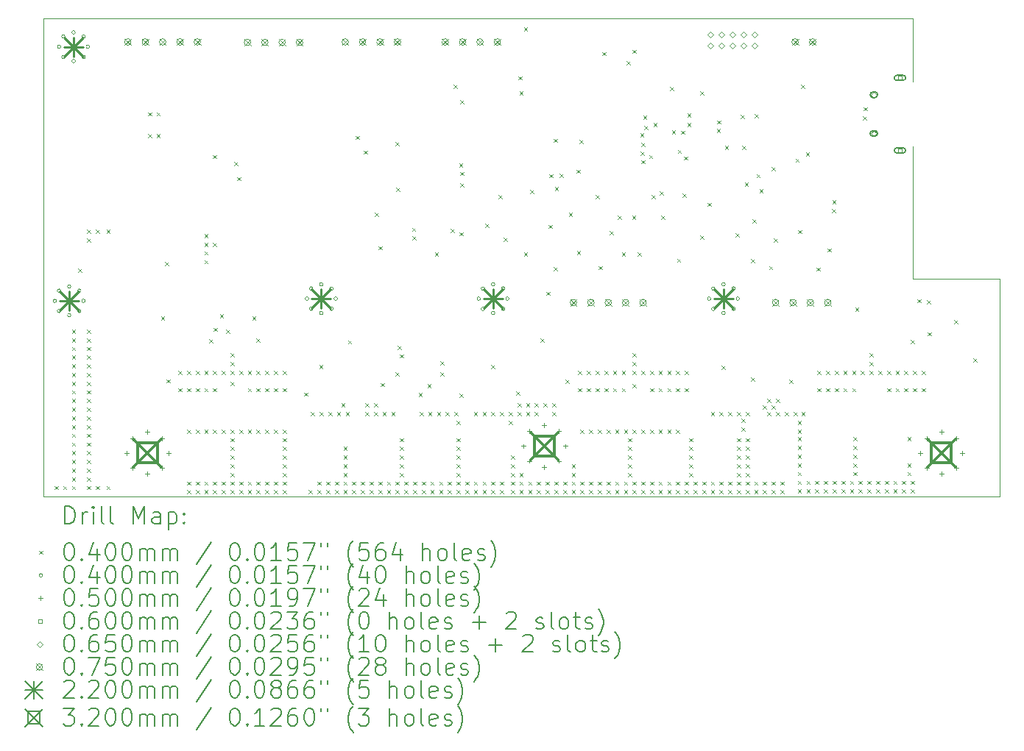
<source format=gbr>
%TF.GenerationSoftware,KiCad,Pcbnew,(6.0.9)*%
%TF.CreationDate,2022-12-08T19:58:19+01:00*%
%TF.ProjectId,battery-case-controller,62617474-6572-4792-9d63-6173652d636f,1*%
%TF.SameCoordinates,Original*%
%TF.FileFunction,Drillmap*%
%TF.FilePolarity,Positive*%
%FSLAX45Y45*%
G04 Gerber Fmt 4.5, Leading zero omitted, Abs format (unit mm)*
G04 Created by KiCad (PCBNEW (6.0.9)) date 2022-12-08 19:58:19*
%MOMM*%
%LPD*%
G01*
G04 APERTURE LIST*
%ADD10C,0.100000*%
%ADD11C,0.200000*%
%ADD12C,0.040000*%
%ADD13C,0.050000*%
%ADD14C,0.060000*%
%ADD15C,0.065000*%
%ADD16C,0.075000*%
%ADD17C,0.220000*%
%ADD18C,0.320000*%
G04 APERTURE END LIST*
D10*
X10000000Y-13000000D02*
X21000000Y-13000000D01*
X10000000Y-7500000D02*
X10000000Y-13000000D01*
X20000000Y-8225000D02*
X20000000Y-7500000D01*
X20000000Y-7500000D02*
X10000000Y-7500000D01*
X21000000Y-13000000D02*
X21000000Y-10500000D01*
X20000000Y-10500000D02*
X21000000Y-10500000D01*
X20000000Y-10500000D02*
X20000000Y-8975000D01*
D11*
D12*
X10130000Y-12880000D02*
X10170000Y-12920000D01*
X10170000Y-12880000D02*
X10130000Y-12920000D01*
X10230000Y-12880000D02*
X10270000Y-12920000D01*
X10270000Y-12880000D02*
X10230000Y-12920000D01*
X10330000Y-11080000D02*
X10370000Y-11120000D01*
X10370000Y-11080000D02*
X10330000Y-11120000D01*
X10330000Y-11180000D02*
X10370000Y-11220000D01*
X10370000Y-11180000D02*
X10330000Y-11220000D01*
X10330000Y-11280000D02*
X10370000Y-11320000D01*
X10370000Y-11280000D02*
X10330000Y-11320000D01*
X10330000Y-11380000D02*
X10370000Y-11420000D01*
X10370000Y-11380000D02*
X10330000Y-11420000D01*
X10330000Y-11480000D02*
X10370000Y-11520000D01*
X10370000Y-11480000D02*
X10330000Y-11520000D01*
X10330000Y-11580000D02*
X10370000Y-11620000D01*
X10370000Y-11580000D02*
X10330000Y-11620000D01*
X10330000Y-11680000D02*
X10370000Y-11720000D01*
X10370000Y-11680000D02*
X10330000Y-11720000D01*
X10330000Y-11780000D02*
X10370000Y-11820000D01*
X10370000Y-11780000D02*
X10330000Y-11820000D01*
X10330000Y-11880000D02*
X10370000Y-11920000D01*
X10370000Y-11880000D02*
X10330000Y-11920000D01*
X10330000Y-11980000D02*
X10370000Y-12020000D01*
X10370000Y-11980000D02*
X10330000Y-12020000D01*
X10330000Y-12080000D02*
X10370000Y-12120000D01*
X10370000Y-12080000D02*
X10330000Y-12120000D01*
X10330000Y-12180000D02*
X10370000Y-12220000D01*
X10370000Y-12180000D02*
X10330000Y-12220000D01*
X10330000Y-12280000D02*
X10370000Y-12320000D01*
X10370000Y-12280000D02*
X10330000Y-12320000D01*
X10330000Y-12380000D02*
X10370000Y-12420000D01*
X10370000Y-12380000D02*
X10330000Y-12420000D01*
X10330000Y-12480000D02*
X10370000Y-12520000D01*
X10370000Y-12480000D02*
X10330000Y-12520000D01*
X10330000Y-12580000D02*
X10370000Y-12620000D01*
X10370000Y-12580000D02*
X10330000Y-12620000D01*
X10330000Y-12680000D02*
X10370000Y-12720000D01*
X10370000Y-12680000D02*
X10330000Y-12720000D01*
X10330000Y-12780000D02*
X10370000Y-12820000D01*
X10370000Y-12780000D02*
X10330000Y-12820000D01*
X10330000Y-12880000D02*
X10370000Y-12920000D01*
X10370000Y-12880000D02*
X10330000Y-12920000D01*
X10405000Y-10380000D02*
X10445000Y-10420000D01*
X10445000Y-10380000D02*
X10405000Y-10420000D01*
X10505000Y-9930000D02*
X10545000Y-9970000D01*
X10545000Y-9930000D02*
X10505000Y-9970000D01*
X10505000Y-10030000D02*
X10545000Y-10070000D01*
X10545000Y-10030000D02*
X10505000Y-10070000D01*
X10505000Y-11080000D02*
X10545000Y-11120000D01*
X10545000Y-11080000D02*
X10505000Y-11120000D01*
X10505000Y-11180000D02*
X10545000Y-11220000D01*
X10545000Y-11180000D02*
X10505000Y-11220000D01*
X10505000Y-11280000D02*
X10545000Y-11320000D01*
X10545000Y-11280000D02*
X10505000Y-11320000D01*
X10505000Y-11380000D02*
X10545000Y-11420000D01*
X10545000Y-11380000D02*
X10505000Y-11420000D01*
X10505000Y-11480000D02*
X10545000Y-11520000D01*
X10545000Y-11480000D02*
X10505000Y-11520000D01*
X10505000Y-11580000D02*
X10545000Y-11620000D01*
X10545000Y-11580000D02*
X10505000Y-11620000D01*
X10505000Y-11680000D02*
X10545000Y-11720000D01*
X10545000Y-11680000D02*
X10505000Y-11720000D01*
X10505000Y-11780000D02*
X10545000Y-11820000D01*
X10545000Y-11780000D02*
X10505000Y-11820000D01*
X10505000Y-11880000D02*
X10545000Y-11920000D01*
X10545000Y-11880000D02*
X10505000Y-11920000D01*
X10505000Y-11980000D02*
X10545000Y-12020000D01*
X10545000Y-11980000D02*
X10505000Y-12020000D01*
X10505000Y-12080000D02*
X10545000Y-12120000D01*
X10545000Y-12080000D02*
X10505000Y-12120000D01*
X10505000Y-12180000D02*
X10545000Y-12220000D01*
X10545000Y-12180000D02*
X10505000Y-12220000D01*
X10505000Y-12280000D02*
X10545000Y-12320000D01*
X10545000Y-12280000D02*
X10505000Y-12320000D01*
X10505000Y-12380000D02*
X10545000Y-12420000D01*
X10545000Y-12380000D02*
X10505000Y-12420000D01*
X10505000Y-12480000D02*
X10545000Y-12520000D01*
X10545000Y-12480000D02*
X10505000Y-12520000D01*
X10505000Y-12580000D02*
X10545000Y-12620000D01*
X10545000Y-12580000D02*
X10505000Y-12620000D01*
X10505000Y-12680000D02*
X10545000Y-12720000D01*
X10545000Y-12680000D02*
X10505000Y-12720000D01*
X10505000Y-12780000D02*
X10545000Y-12820000D01*
X10545000Y-12780000D02*
X10505000Y-12820000D01*
X10505000Y-12880000D02*
X10545000Y-12920000D01*
X10545000Y-12880000D02*
X10505000Y-12920000D01*
X10605000Y-9930000D02*
X10645000Y-9970000D01*
X10645000Y-9930000D02*
X10605000Y-9970000D01*
X10605000Y-12880000D02*
X10645000Y-12920000D01*
X10645000Y-12880000D02*
X10605000Y-12920000D01*
X10730000Y-9930000D02*
X10770000Y-9970000D01*
X10770000Y-9930000D02*
X10730000Y-9970000D01*
X10730000Y-12880000D02*
X10770000Y-12920000D01*
X10770000Y-12880000D02*
X10730000Y-12920000D01*
X11205000Y-8580000D02*
X11245000Y-8620000D01*
X11245000Y-8580000D02*
X11205000Y-8620000D01*
X11205000Y-8830000D02*
X11245000Y-8870000D01*
X11245000Y-8830000D02*
X11205000Y-8870000D01*
X11305000Y-8580000D02*
X11345000Y-8620000D01*
X11345000Y-8580000D02*
X11305000Y-8620000D01*
X11305000Y-8830000D02*
X11345000Y-8870000D01*
X11345000Y-8830000D02*
X11305000Y-8870000D01*
X11355000Y-10930000D02*
X11395000Y-10970000D01*
X11395000Y-10930000D02*
X11355000Y-10970000D01*
X11405000Y-10305000D02*
X11445000Y-10345000D01*
X11445000Y-10305000D02*
X11405000Y-10345000D01*
X11421104Y-11653896D02*
X11461104Y-11693896D01*
X11461104Y-11653896D02*
X11421104Y-11693896D01*
X11555000Y-11555000D02*
X11595000Y-11595000D01*
X11595000Y-11555000D02*
X11555000Y-11595000D01*
X11555000Y-11755000D02*
X11595000Y-11795000D01*
X11595000Y-11755000D02*
X11555000Y-11795000D01*
X11655000Y-11555000D02*
X11695000Y-11595000D01*
X11695000Y-11555000D02*
X11655000Y-11595000D01*
X11655000Y-11755000D02*
X11695000Y-11795000D01*
X11695000Y-11755000D02*
X11655000Y-11795000D01*
X11655000Y-12230000D02*
X11695000Y-12270000D01*
X11695000Y-12230000D02*
X11655000Y-12270000D01*
X11655000Y-12830000D02*
X11695000Y-12870000D01*
X11695000Y-12830000D02*
X11655000Y-12870000D01*
X11655000Y-12930000D02*
X11695000Y-12970000D01*
X11695000Y-12930000D02*
X11655000Y-12970000D01*
X11755000Y-11555000D02*
X11795000Y-11595000D01*
X11795000Y-11555000D02*
X11755000Y-11595000D01*
X11755000Y-11755000D02*
X11795000Y-11795000D01*
X11795000Y-11755000D02*
X11755000Y-11795000D01*
X11755000Y-12230000D02*
X11795000Y-12270000D01*
X11795000Y-12230000D02*
X11755000Y-12270000D01*
X11755000Y-12830000D02*
X11795000Y-12870000D01*
X11795000Y-12830000D02*
X11755000Y-12870000D01*
X11755000Y-12930000D02*
X11795000Y-12970000D01*
X11795000Y-12930000D02*
X11755000Y-12970000D01*
X11855000Y-9980000D02*
X11895000Y-10020000D01*
X11895000Y-9980000D02*
X11855000Y-10020000D01*
X11855000Y-10080000D02*
X11895000Y-10120000D01*
X11895000Y-10080000D02*
X11855000Y-10120000D01*
X11855000Y-10180000D02*
X11895000Y-10220000D01*
X11895000Y-10180000D02*
X11855000Y-10220000D01*
X11855000Y-10280000D02*
X11895000Y-10320000D01*
X11895000Y-10280000D02*
X11855000Y-10320000D01*
X11855000Y-11555000D02*
X11895000Y-11595000D01*
X11895000Y-11555000D02*
X11855000Y-11595000D01*
X11855000Y-11755000D02*
X11895000Y-11795000D01*
X11895000Y-11755000D02*
X11855000Y-11795000D01*
X11855000Y-12230000D02*
X11895000Y-12270000D01*
X11895000Y-12230000D02*
X11855000Y-12270000D01*
X11855000Y-12830000D02*
X11895000Y-12870000D01*
X11895000Y-12830000D02*
X11855000Y-12870000D01*
X11855000Y-12930000D02*
X11895000Y-12970000D01*
X11895000Y-12930000D02*
X11855000Y-12970000D01*
X11910000Y-11190000D02*
X11950000Y-11230000D01*
X11950000Y-11190000D02*
X11910000Y-11230000D01*
X11955000Y-9070000D02*
X11995000Y-9110000D01*
X11995000Y-9070000D02*
X11955000Y-9110000D01*
X11955000Y-10080000D02*
X11995000Y-10120000D01*
X11995000Y-10080000D02*
X11955000Y-10120000D01*
X11955000Y-11555000D02*
X11995000Y-11595000D01*
X11995000Y-11555000D02*
X11955000Y-11595000D01*
X11955000Y-11755000D02*
X11995000Y-11795000D01*
X11995000Y-11755000D02*
X11955000Y-11795000D01*
X11955000Y-12230000D02*
X11995000Y-12270000D01*
X11995000Y-12230000D02*
X11955000Y-12270000D01*
X11955000Y-12830000D02*
X11995000Y-12870000D01*
X11995000Y-12830000D02*
X11955000Y-12870000D01*
X11955000Y-12930000D02*
X11995000Y-12970000D01*
X11995000Y-12930000D02*
X11955000Y-12970000D01*
X11960000Y-11060000D02*
X12000000Y-11100000D01*
X12000000Y-11060000D02*
X11960000Y-11100000D01*
X12032450Y-10906123D02*
X12072450Y-10946123D01*
X12072450Y-10906123D02*
X12032450Y-10946123D01*
X12055000Y-11555000D02*
X12095000Y-11595000D01*
X12095000Y-11555000D02*
X12055000Y-11595000D01*
X12055000Y-12230000D02*
X12095000Y-12270000D01*
X12095000Y-12230000D02*
X12055000Y-12270000D01*
X12055000Y-12830000D02*
X12095000Y-12870000D01*
X12095000Y-12830000D02*
X12055000Y-12870000D01*
X12055000Y-12930000D02*
X12095000Y-12970000D01*
X12095000Y-12930000D02*
X12055000Y-12970000D01*
X12105000Y-11080000D02*
X12145000Y-11120000D01*
X12145000Y-11080000D02*
X12105000Y-11120000D01*
X12155000Y-11355000D02*
X12195000Y-11395000D01*
X12195000Y-11355000D02*
X12155000Y-11395000D01*
X12155000Y-11455000D02*
X12195000Y-11495000D01*
X12195000Y-11455000D02*
X12155000Y-11495000D01*
X12155000Y-11555000D02*
X12195000Y-11595000D01*
X12195000Y-11555000D02*
X12155000Y-11595000D01*
X12155000Y-11680000D02*
X12195000Y-11720000D01*
X12195000Y-11680000D02*
X12155000Y-11720000D01*
X12155000Y-12230000D02*
X12195000Y-12270000D01*
X12195000Y-12230000D02*
X12155000Y-12270000D01*
X12155000Y-12330000D02*
X12195000Y-12370000D01*
X12195000Y-12330000D02*
X12155000Y-12370000D01*
X12155000Y-12430000D02*
X12195000Y-12470000D01*
X12195000Y-12430000D02*
X12155000Y-12470000D01*
X12155000Y-12530000D02*
X12195000Y-12570000D01*
X12195000Y-12530000D02*
X12155000Y-12570000D01*
X12155000Y-12630000D02*
X12195000Y-12670000D01*
X12195000Y-12630000D02*
X12155000Y-12670000D01*
X12155000Y-12730000D02*
X12195000Y-12770000D01*
X12195000Y-12730000D02*
X12155000Y-12770000D01*
X12155000Y-12830000D02*
X12195000Y-12870000D01*
X12195000Y-12830000D02*
X12155000Y-12870000D01*
X12155000Y-12930000D02*
X12195000Y-12970000D01*
X12195000Y-12930000D02*
X12155000Y-12970000D01*
X12195000Y-9150000D02*
X12235000Y-9190000D01*
X12235000Y-9150000D02*
X12195000Y-9190000D01*
X12230000Y-9325000D02*
X12270000Y-9365000D01*
X12270000Y-9325000D02*
X12230000Y-9365000D01*
X12255000Y-11555000D02*
X12295000Y-11595000D01*
X12295000Y-11555000D02*
X12255000Y-11595000D01*
X12255000Y-12230000D02*
X12295000Y-12270000D01*
X12295000Y-12230000D02*
X12255000Y-12270000D01*
X12255000Y-12830000D02*
X12295000Y-12870000D01*
X12295000Y-12830000D02*
X12255000Y-12870000D01*
X12255000Y-12930000D02*
X12295000Y-12970000D01*
X12295000Y-12930000D02*
X12255000Y-12970000D01*
X12355000Y-11555000D02*
X12395000Y-11595000D01*
X12395000Y-11555000D02*
X12355000Y-11595000D01*
X12355000Y-11755000D02*
X12395000Y-11795000D01*
X12395000Y-11755000D02*
X12355000Y-11795000D01*
X12355000Y-12230000D02*
X12395000Y-12270000D01*
X12395000Y-12230000D02*
X12355000Y-12270000D01*
X12355000Y-12830000D02*
X12395000Y-12870000D01*
X12395000Y-12830000D02*
X12355000Y-12870000D01*
X12355000Y-12930000D02*
X12395000Y-12970000D01*
X12395000Y-12930000D02*
X12355000Y-12970000D01*
X12405000Y-10930000D02*
X12445000Y-10970000D01*
X12445000Y-10930000D02*
X12405000Y-10970000D01*
X12455000Y-11180000D02*
X12495000Y-11220000D01*
X12495000Y-11180000D02*
X12455000Y-11220000D01*
X12455000Y-11555000D02*
X12495000Y-11595000D01*
X12495000Y-11555000D02*
X12455000Y-11595000D01*
X12455000Y-11755000D02*
X12495000Y-11795000D01*
X12495000Y-11755000D02*
X12455000Y-11795000D01*
X12455000Y-12230000D02*
X12495000Y-12270000D01*
X12495000Y-12230000D02*
X12455000Y-12270000D01*
X12455000Y-12830000D02*
X12495000Y-12870000D01*
X12495000Y-12830000D02*
X12455000Y-12870000D01*
X12455000Y-12930000D02*
X12495000Y-12970000D01*
X12495000Y-12930000D02*
X12455000Y-12970000D01*
X12555000Y-11555000D02*
X12595000Y-11595000D01*
X12595000Y-11555000D02*
X12555000Y-11595000D01*
X12555000Y-11755000D02*
X12595000Y-11795000D01*
X12595000Y-11755000D02*
X12555000Y-11795000D01*
X12555000Y-12230000D02*
X12595000Y-12270000D01*
X12595000Y-12230000D02*
X12555000Y-12270000D01*
X12555000Y-12830000D02*
X12595000Y-12870000D01*
X12595000Y-12830000D02*
X12555000Y-12870000D01*
X12555000Y-12930000D02*
X12595000Y-12970000D01*
X12595000Y-12930000D02*
X12555000Y-12970000D01*
X12655000Y-11555000D02*
X12695000Y-11595000D01*
X12695000Y-11555000D02*
X12655000Y-11595000D01*
X12655000Y-11755000D02*
X12695000Y-11795000D01*
X12695000Y-11755000D02*
X12655000Y-11795000D01*
X12655000Y-12230000D02*
X12695000Y-12270000D01*
X12695000Y-12230000D02*
X12655000Y-12270000D01*
X12655000Y-12830000D02*
X12695000Y-12870000D01*
X12695000Y-12830000D02*
X12655000Y-12870000D01*
X12655000Y-12930000D02*
X12695000Y-12970000D01*
X12695000Y-12930000D02*
X12655000Y-12970000D01*
X12755000Y-11555000D02*
X12795000Y-11595000D01*
X12795000Y-11555000D02*
X12755000Y-11595000D01*
X12755000Y-11755000D02*
X12795000Y-11795000D01*
X12795000Y-11755000D02*
X12755000Y-11795000D01*
X12755000Y-12230000D02*
X12795000Y-12270000D01*
X12795000Y-12230000D02*
X12755000Y-12270000D01*
X12755000Y-12330000D02*
X12795000Y-12370000D01*
X12795000Y-12330000D02*
X12755000Y-12370000D01*
X12755000Y-12430000D02*
X12795000Y-12470000D01*
X12795000Y-12430000D02*
X12755000Y-12470000D01*
X12755000Y-12530000D02*
X12795000Y-12570000D01*
X12795000Y-12530000D02*
X12755000Y-12570000D01*
X12755000Y-12630000D02*
X12795000Y-12670000D01*
X12795000Y-12630000D02*
X12755000Y-12670000D01*
X12755000Y-12730000D02*
X12795000Y-12770000D01*
X12795000Y-12730000D02*
X12755000Y-12770000D01*
X12755000Y-12830000D02*
X12795000Y-12870000D01*
X12795000Y-12830000D02*
X12755000Y-12870000D01*
X12755000Y-12930000D02*
X12795000Y-12970000D01*
X12795000Y-12930000D02*
X12755000Y-12970000D01*
X13005000Y-11805000D02*
X13045000Y-11845000D01*
X13045000Y-11805000D02*
X13005000Y-11845000D01*
X13055000Y-12930000D02*
X13095000Y-12970000D01*
X13095000Y-12930000D02*
X13055000Y-12970000D01*
X13080000Y-12030000D02*
X13120000Y-12070000D01*
X13120000Y-12030000D02*
X13080000Y-12070000D01*
X13155000Y-12830000D02*
X13195000Y-12870000D01*
X13195000Y-12830000D02*
X13155000Y-12870000D01*
X13155000Y-12930000D02*
X13195000Y-12970000D01*
X13195000Y-12930000D02*
X13155000Y-12970000D01*
X13175000Y-11490000D02*
X13215000Y-11530000D01*
X13215000Y-11490000D02*
X13175000Y-11530000D01*
X13180000Y-12030000D02*
X13220000Y-12070000D01*
X13220000Y-12030000D02*
X13180000Y-12070000D01*
X13255000Y-12830000D02*
X13295000Y-12870000D01*
X13295000Y-12830000D02*
X13255000Y-12870000D01*
X13255000Y-12930000D02*
X13295000Y-12970000D01*
X13295000Y-12930000D02*
X13255000Y-12970000D01*
X13280000Y-12030000D02*
X13320000Y-12070000D01*
X13320000Y-12030000D02*
X13280000Y-12070000D01*
X13355000Y-12830000D02*
X13395000Y-12870000D01*
X13395000Y-12830000D02*
X13355000Y-12870000D01*
X13355000Y-12930000D02*
X13395000Y-12970000D01*
X13395000Y-12930000D02*
X13355000Y-12970000D01*
X13380000Y-12030000D02*
X13420000Y-12070000D01*
X13420000Y-12030000D02*
X13380000Y-12070000D01*
X13430000Y-11930000D02*
X13470000Y-11970000D01*
X13470000Y-11930000D02*
X13430000Y-11970000D01*
X13455000Y-12430000D02*
X13495000Y-12470000D01*
X13495000Y-12430000D02*
X13455000Y-12470000D01*
X13455000Y-12530000D02*
X13495000Y-12570000D01*
X13495000Y-12530000D02*
X13455000Y-12570000D01*
X13455000Y-12630000D02*
X13495000Y-12670000D01*
X13495000Y-12630000D02*
X13455000Y-12670000D01*
X13455000Y-12730000D02*
X13495000Y-12770000D01*
X13495000Y-12730000D02*
X13455000Y-12770000D01*
X13455000Y-12830000D02*
X13495000Y-12870000D01*
X13495000Y-12830000D02*
X13455000Y-12870000D01*
X13455000Y-12930000D02*
X13495000Y-12970000D01*
X13495000Y-12930000D02*
X13455000Y-12970000D01*
X13480000Y-12030000D02*
X13520000Y-12070000D01*
X13520000Y-12030000D02*
X13480000Y-12070000D01*
X13505000Y-11205000D02*
X13545000Y-11245000D01*
X13545000Y-11205000D02*
X13505000Y-11245000D01*
X13555000Y-12830000D02*
X13595000Y-12870000D01*
X13595000Y-12830000D02*
X13555000Y-12870000D01*
X13555000Y-12930000D02*
X13595000Y-12970000D01*
X13595000Y-12930000D02*
X13555000Y-12970000D01*
X13595000Y-8850000D02*
X13635000Y-8890000D01*
X13635000Y-8850000D02*
X13595000Y-8890000D01*
X13655000Y-12830000D02*
X13695000Y-12870000D01*
X13695000Y-12830000D02*
X13655000Y-12870000D01*
X13655000Y-12930000D02*
X13695000Y-12970000D01*
X13695000Y-12930000D02*
X13655000Y-12970000D01*
X13690000Y-9020000D02*
X13730000Y-9060000D01*
X13730000Y-9020000D02*
X13690000Y-9060000D01*
X13705000Y-11930000D02*
X13745000Y-11970000D01*
X13745000Y-11930000D02*
X13705000Y-11970000D01*
X13705000Y-12030000D02*
X13745000Y-12070000D01*
X13745000Y-12030000D02*
X13705000Y-12070000D01*
X13755000Y-12830000D02*
X13795000Y-12870000D01*
X13795000Y-12830000D02*
X13755000Y-12870000D01*
X13755000Y-12930000D02*
X13795000Y-12970000D01*
X13795000Y-12930000D02*
X13755000Y-12970000D01*
X13805000Y-11930000D02*
X13845000Y-11970000D01*
X13845000Y-11930000D02*
X13805000Y-11970000D01*
X13805000Y-12030000D02*
X13845000Y-12070000D01*
X13845000Y-12030000D02*
X13805000Y-12070000D01*
X13815000Y-9735000D02*
X13855000Y-9775000D01*
X13855000Y-9735000D02*
X13815000Y-9775000D01*
X13855000Y-10120000D02*
X13895000Y-10160000D01*
X13895000Y-10120000D02*
X13855000Y-10160000D01*
X13855000Y-12830000D02*
X13895000Y-12870000D01*
X13895000Y-12830000D02*
X13855000Y-12870000D01*
X13855000Y-12930000D02*
X13895000Y-12970000D01*
X13895000Y-12930000D02*
X13855000Y-12970000D01*
X13885000Y-11695000D02*
X13925000Y-11735000D01*
X13925000Y-11695000D02*
X13885000Y-11735000D01*
X13905000Y-12030000D02*
X13945000Y-12070000D01*
X13945000Y-12030000D02*
X13905000Y-12070000D01*
X13955000Y-12830000D02*
X13995000Y-12870000D01*
X13995000Y-12830000D02*
X13955000Y-12870000D01*
X13955000Y-12930000D02*
X13995000Y-12970000D01*
X13995000Y-12930000D02*
X13955000Y-12970000D01*
X14005000Y-12030000D02*
X14045000Y-12070000D01*
X14045000Y-12030000D02*
X14005000Y-12070000D01*
X14049500Y-11570500D02*
X14089500Y-11610500D01*
X14089500Y-11570500D02*
X14049500Y-11610500D01*
X14050000Y-8925050D02*
X14090000Y-8965050D01*
X14090000Y-8925050D02*
X14050000Y-8965050D01*
X14055000Y-12830000D02*
X14095000Y-12870000D01*
X14095000Y-12830000D02*
X14055000Y-12870000D01*
X14055000Y-12930000D02*
X14095000Y-12970000D01*
X14095000Y-12930000D02*
X14055000Y-12970000D01*
X14060000Y-9450000D02*
X14100000Y-9490000D01*
X14100000Y-9450000D02*
X14060000Y-9490000D01*
X14080000Y-11265000D02*
X14120000Y-11305000D01*
X14120000Y-11265000D02*
X14080000Y-11305000D01*
X14100000Y-11365000D02*
X14140000Y-11405000D01*
X14140000Y-11365000D02*
X14100000Y-11405000D01*
X14105000Y-12330000D02*
X14145000Y-12370000D01*
X14145000Y-12330000D02*
X14105000Y-12370000D01*
X14105000Y-12430000D02*
X14145000Y-12470000D01*
X14145000Y-12430000D02*
X14105000Y-12470000D01*
X14105000Y-12530000D02*
X14145000Y-12570000D01*
X14145000Y-12530000D02*
X14105000Y-12570000D01*
X14105000Y-12630000D02*
X14145000Y-12670000D01*
X14145000Y-12630000D02*
X14105000Y-12670000D01*
X14105000Y-12730000D02*
X14145000Y-12770000D01*
X14145000Y-12730000D02*
X14105000Y-12770000D01*
X14155000Y-12830000D02*
X14195000Y-12870000D01*
X14195000Y-12830000D02*
X14155000Y-12870000D01*
X14155000Y-12930000D02*
X14195000Y-12970000D01*
X14195000Y-12930000D02*
X14155000Y-12970000D01*
X14242500Y-9907500D02*
X14282500Y-9947500D01*
X14282500Y-9907500D02*
X14242500Y-9947500D01*
X14245000Y-10005000D02*
X14285000Y-10045000D01*
X14285000Y-10005000D02*
X14245000Y-10045000D01*
X14255000Y-12830000D02*
X14295000Y-12870000D01*
X14295000Y-12830000D02*
X14255000Y-12870000D01*
X14255000Y-12930000D02*
X14295000Y-12970000D01*
X14295000Y-12930000D02*
X14255000Y-12970000D01*
X14320000Y-11810000D02*
X14360000Y-11850000D01*
X14360000Y-11810000D02*
X14320000Y-11850000D01*
X14330000Y-12030000D02*
X14370000Y-12070000D01*
X14370000Y-12030000D02*
X14330000Y-12070000D01*
X14355000Y-12830000D02*
X14395000Y-12870000D01*
X14395000Y-12830000D02*
X14355000Y-12870000D01*
X14355000Y-12930000D02*
X14395000Y-12970000D01*
X14395000Y-12930000D02*
X14355000Y-12970000D01*
X14420000Y-11710000D02*
X14460000Y-11750000D01*
X14460000Y-11710000D02*
X14420000Y-11750000D01*
X14430000Y-12030000D02*
X14470000Y-12070000D01*
X14470000Y-12030000D02*
X14430000Y-12070000D01*
X14455000Y-12830000D02*
X14495000Y-12870000D01*
X14495000Y-12830000D02*
X14455000Y-12870000D01*
X14455000Y-12930000D02*
X14495000Y-12970000D01*
X14495000Y-12930000D02*
X14455000Y-12970000D01*
X14505000Y-10190000D02*
X14545000Y-10230000D01*
X14545000Y-10190000D02*
X14505000Y-10230000D01*
X14530000Y-12030000D02*
X14570000Y-12070000D01*
X14570000Y-12030000D02*
X14530000Y-12070000D01*
X14555000Y-12830000D02*
X14595000Y-12870000D01*
X14595000Y-12830000D02*
X14555000Y-12870000D01*
X14555000Y-12930000D02*
X14595000Y-12970000D01*
X14595000Y-12930000D02*
X14555000Y-12970000D01*
X14569000Y-11443500D02*
X14609000Y-11483500D01*
X14609000Y-11443500D02*
X14569000Y-11483500D01*
X14570000Y-11570000D02*
X14610000Y-11610000D01*
X14610000Y-11570000D02*
X14570000Y-11610000D01*
X14630000Y-12030000D02*
X14670000Y-12070000D01*
X14670000Y-12030000D02*
X14630000Y-12070000D01*
X14655000Y-12830000D02*
X14695000Y-12870000D01*
X14695000Y-12830000D02*
X14655000Y-12870000D01*
X14655000Y-12930000D02*
X14695000Y-12970000D01*
X14695000Y-12930000D02*
X14655000Y-12970000D01*
X14685000Y-9920000D02*
X14725000Y-9960000D01*
X14725000Y-9920000D02*
X14685000Y-9960000D01*
X14720967Y-8260967D02*
X14760967Y-8300967D01*
X14760967Y-8260967D02*
X14720967Y-8300967D01*
X14730000Y-12030000D02*
X14770000Y-12070000D01*
X14770000Y-12030000D02*
X14730000Y-12070000D01*
X14755000Y-12130000D02*
X14795000Y-12170000D01*
X14795000Y-12130000D02*
X14755000Y-12170000D01*
X14755000Y-12330000D02*
X14795000Y-12370000D01*
X14795000Y-12330000D02*
X14755000Y-12370000D01*
X14755000Y-12430000D02*
X14795000Y-12470000D01*
X14795000Y-12430000D02*
X14755000Y-12470000D01*
X14755000Y-12530000D02*
X14795000Y-12570000D01*
X14795000Y-12530000D02*
X14755000Y-12570000D01*
X14755000Y-12630000D02*
X14795000Y-12670000D01*
X14795000Y-12630000D02*
X14755000Y-12670000D01*
X14755000Y-12730000D02*
X14795000Y-12770000D01*
X14795000Y-12730000D02*
X14755000Y-12770000D01*
X14755000Y-12830000D02*
X14795000Y-12870000D01*
X14795000Y-12830000D02*
X14755000Y-12870000D01*
X14755000Y-12930000D02*
X14795000Y-12970000D01*
X14795000Y-12930000D02*
X14755000Y-12970000D01*
X14785659Y-9166084D02*
X14825659Y-9206084D01*
X14825659Y-9166084D02*
X14785659Y-9206084D01*
X14789950Y-9960365D02*
X14829950Y-10000365D01*
X14829950Y-9960365D02*
X14789950Y-10000365D01*
X14790000Y-11820000D02*
X14830000Y-11860000D01*
X14830000Y-11820000D02*
X14790000Y-11860000D01*
X14795000Y-9395000D02*
X14835000Y-9435000D01*
X14835000Y-9395000D02*
X14795000Y-9435000D01*
X14800000Y-8440000D02*
X14840000Y-8480000D01*
X14840000Y-8440000D02*
X14800000Y-8480000D01*
X14800000Y-9265000D02*
X14840000Y-9305000D01*
X14840000Y-9265000D02*
X14800000Y-9305000D01*
X14855000Y-12830000D02*
X14895000Y-12870000D01*
X14895000Y-12830000D02*
X14855000Y-12870000D01*
X14855000Y-12930000D02*
X14895000Y-12970000D01*
X14895000Y-12930000D02*
X14855000Y-12970000D01*
X14955000Y-12030000D02*
X14995000Y-12070000D01*
X14995000Y-12030000D02*
X14955000Y-12070000D01*
X14955000Y-12830000D02*
X14995000Y-12870000D01*
X14995000Y-12830000D02*
X14955000Y-12870000D01*
X14955000Y-12930000D02*
X14995000Y-12970000D01*
X14995000Y-12930000D02*
X14955000Y-12970000D01*
X15055000Y-12030000D02*
X15095000Y-12070000D01*
X15095000Y-12030000D02*
X15055000Y-12070000D01*
X15055000Y-12830000D02*
X15095000Y-12870000D01*
X15095000Y-12830000D02*
X15055000Y-12870000D01*
X15055000Y-12930000D02*
X15095000Y-12970000D01*
X15095000Y-12930000D02*
X15055000Y-12970000D01*
X15085000Y-9865000D02*
X15125000Y-9905000D01*
X15125000Y-9865000D02*
X15085000Y-9905000D01*
X15155000Y-12030000D02*
X15195000Y-12070000D01*
X15195000Y-12030000D02*
X15155000Y-12070000D01*
X15155000Y-12830000D02*
X15195000Y-12870000D01*
X15195000Y-12830000D02*
X15155000Y-12870000D01*
X15155000Y-12930000D02*
X15195000Y-12970000D01*
X15195000Y-12930000D02*
X15155000Y-12970000D01*
X15155050Y-11490000D02*
X15195050Y-11530000D01*
X15195050Y-11490000D02*
X15155050Y-11530000D01*
X15235000Y-9530000D02*
X15275000Y-9570000D01*
X15275000Y-9530000D02*
X15235000Y-9570000D01*
X15255000Y-12030000D02*
X15295000Y-12070000D01*
X15295000Y-12030000D02*
X15255000Y-12070000D01*
X15255000Y-12830000D02*
X15295000Y-12870000D01*
X15295000Y-12830000D02*
X15255000Y-12870000D01*
X15255000Y-12930000D02*
X15295000Y-12970000D01*
X15295000Y-12930000D02*
X15255000Y-12970000D01*
X15295000Y-10020000D02*
X15335000Y-10060000D01*
X15335000Y-10020000D02*
X15295000Y-10060000D01*
X15355000Y-12030000D02*
X15395000Y-12070000D01*
X15395000Y-12030000D02*
X15355000Y-12070000D01*
X15355000Y-12130000D02*
X15395000Y-12170000D01*
X15395000Y-12130000D02*
X15355000Y-12170000D01*
X15380000Y-12530000D02*
X15420000Y-12570000D01*
X15420000Y-12530000D02*
X15380000Y-12570000D01*
X15380000Y-12630000D02*
X15420000Y-12670000D01*
X15420000Y-12630000D02*
X15380000Y-12670000D01*
X15380000Y-12730000D02*
X15420000Y-12770000D01*
X15420000Y-12730000D02*
X15380000Y-12770000D01*
X15380000Y-12830000D02*
X15420000Y-12870000D01*
X15420000Y-12830000D02*
X15380000Y-12870000D01*
X15380000Y-12930000D02*
X15420000Y-12970000D01*
X15420000Y-12930000D02*
X15380000Y-12970000D01*
X15440000Y-11795000D02*
X15480000Y-11835000D01*
X15480000Y-11795000D02*
X15440000Y-11835000D01*
X15455000Y-11930000D02*
X15495000Y-11970000D01*
X15495000Y-11930000D02*
X15455000Y-11970000D01*
X15455000Y-12030000D02*
X15495000Y-12070000D01*
X15495000Y-12030000D02*
X15455000Y-12070000D01*
X15465000Y-8165000D02*
X15505000Y-8205000D01*
X15505000Y-8165000D02*
X15465000Y-8205000D01*
X15480000Y-8340000D02*
X15520000Y-8380000D01*
X15520000Y-8340000D02*
X15480000Y-8380000D01*
X15480000Y-12730000D02*
X15520000Y-12770000D01*
X15520000Y-12730000D02*
X15480000Y-12770000D01*
X15480000Y-12830000D02*
X15520000Y-12870000D01*
X15520000Y-12830000D02*
X15480000Y-12870000D01*
X15480000Y-12930000D02*
X15520000Y-12970000D01*
X15520000Y-12930000D02*
X15480000Y-12970000D01*
X15530000Y-7600000D02*
X15570000Y-7640000D01*
X15570000Y-7600000D02*
X15530000Y-7640000D01*
X15530000Y-10190000D02*
X15570000Y-10230000D01*
X15570000Y-10190000D02*
X15530000Y-10230000D01*
X15555000Y-11930000D02*
X15595000Y-11970000D01*
X15595000Y-11930000D02*
X15555000Y-11970000D01*
X15555000Y-12030000D02*
X15595000Y-12070000D01*
X15595000Y-12030000D02*
X15555000Y-12070000D01*
X15580000Y-12830000D02*
X15620000Y-12870000D01*
X15620000Y-12830000D02*
X15580000Y-12870000D01*
X15580000Y-12930000D02*
X15620000Y-12970000D01*
X15620000Y-12930000D02*
X15580000Y-12970000D01*
X15604545Y-9474796D02*
X15644545Y-9514796D01*
X15644545Y-9474796D02*
X15604545Y-9514796D01*
X15655000Y-11930000D02*
X15695000Y-11970000D01*
X15695000Y-11930000D02*
X15655000Y-11970000D01*
X15655000Y-12030000D02*
X15695000Y-12070000D01*
X15695000Y-12030000D02*
X15655000Y-12070000D01*
X15680000Y-12830000D02*
X15720000Y-12870000D01*
X15720000Y-12830000D02*
X15680000Y-12870000D01*
X15680000Y-12930000D02*
X15720000Y-12970000D01*
X15720000Y-12930000D02*
X15680000Y-12970000D01*
X15720000Y-11185000D02*
X15760000Y-11225000D01*
X15760000Y-11185000D02*
X15720000Y-11225000D01*
X15755000Y-11930000D02*
X15795000Y-11970000D01*
X15795000Y-11930000D02*
X15755000Y-11970000D01*
X15780000Y-12830000D02*
X15820000Y-12870000D01*
X15820000Y-12830000D02*
X15780000Y-12870000D01*
X15780000Y-12930000D02*
X15820000Y-12970000D01*
X15820000Y-12930000D02*
X15780000Y-12970000D01*
X15785000Y-10645000D02*
X15825000Y-10685000D01*
X15825000Y-10645000D02*
X15785000Y-10685000D01*
X15815000Y-9875000D02*
X15855000Y-9915000D01*
X15855000Y-9875000D02*
X15815000Y-9915000D01*
X15820000Y-9290000D02*
X15860000Y-9330000D01*
X15860000Y-9290000D02*
X15820000Y-9330000D01*
X15855000Y-11930000D02*
X15895000Y-11970000D01*
X15895000Y-11930000D02*
X15855000Y-11970000D01*
X15855000Y-12030000D02*
X15895000Y-12070000D01*
X15895000Y-12030000D02*
X15855000Y-12070000D01*
X15870000Y-8885000D02*
X15910000Y-8925000D01*
X15910000Y-8885000D02*
X15870000Y-8925000D01*
X15870000Y-10360000D02*
X15910000Y-10400000D01*
X15910000Y-10360000D02*
X15870000Y-10400000D01*
X15880000Y-12830000D02*
X15920000Y-12870000D01*
X15920000Y-12830000D02*
X15880000Y-12870000D01*
X15880000Y-12930000D02*
X15920000Y-12970000D01*
X15920000Y-12930000D02*
X15880000Y-12970000D01*
X15885000Y-9440000D02*
X15925000Y-9480000D01*
X15925000Y-9440000D02*
X15885000Y-9480000D01*
X15940000Y-9285000D02*
X15980000Y-9325000D01*
X15980000Y-9285000D02*
X15940000Y-9325000D01*
X15980000Y-12830000D02*
X16020000Y-12870000D01*
X16020000Y-12830000D02*
X15980000Y-12870000D01*
X15980000Y-12930000D02*
X16020000Y-12970000D01*
X16020000Y-12930000D02*
X15980000Y-12970000D01*
X16005000Y-11655000D02*
X16045000Y-11695000D01*
X16045000Y-11655000D02*
X16005000Y-11695000D01*
X16045000Y-9735000D02*
X16085000Y-9775000D01*
X16085000Y-9735000D02*
X16045000Y-9775000D01*
X16080000Y-12630000D02*
X16120000Y-12670000D01*
X16120000Y-12630000D02*
X16080000Y-12670000D01*
X16080000Y-12730000D02*
X16120000Y-12770000D01*
X16120000Y-12730000D02*
X16080000Y-12770000D01*
X16080000Y-12830000D02*
X16120000Y-12870000D01*
X16120000Y-12830000D02*
X16080000Y-12870000D01*
X16080000Y-12930000D02*
X16120000Y-12970000D01*
X16120000Y-12930000D02*
X16080000Y-12970000D01*
X16132196Y-9240359D02*
X16172196Y-9280359D01*
X16172196Y-9240359D02*
X16132196Y-9280359D01*
X16140000Y-10175000D02*
X16180000Y-10215000D01*
X16180000Y-10175000D02*
X16140000Y-10215000D01*
X16155000Y-11555000D02*
X16195000Y-11595000D01*
X16195000Y-11555000D02*
X16155000Y-11595000D01*
X16155000Y-11755000D02*
X16195000Y-11795000D01*
X16195000Y-11755000D02*
X16155000Y-11795000D01*
X16170000Y-8895000D02*
X16210000Y-8935000D01*
X16210000Y-8895000D02*
X16170000Y-8935000D01*
X16180000Y-12230000D02*
X16220000Y-12270000D01*
X16220000Y-12230000D02*
X16180000Y-12270000D01*
X16180000Y-12830000D02*
X16220000Y-12870000D01*
X16220000Y-12830000D02*
X16180000Y-12870000D01*
X16180000Y-12930000D02*
X16220000Y-12970000D01*
X16220000Y-12930000D02*
X16180000Y-12970000D01*
X16255000Y-11555000D02*
X16295000Y-11595000D01*
X16295000Y-11555000D02*
X16255000Y-11595000D01*
X16255000Y-11755000D02*
X16295000Y-11795000D01*
X16295000Y-11755000D02*
X16255000Y-11795000D01*
X16280000Y-12230000D02*
X16320000Y-12270000D01*
X16320000Y-12230000D02*
X16280000Y-12270000D01*
X16280000Y-12830000D02*
X16320000Y-12870000D01*
X16320000Y-12830000D02*
X16280000Y-12870000D01*
X16280000Y-12930000D02*
X16320000Y-12970000D01*
X16320000Y-12930000D02*
X16280000Y-12970000D01*
X16355000Y-9530000D02*
X16395000Y-9570000D01*
X16395000Y-9530000D02*
X16355000Y-9570000D01*
X16355000Y-11555000D02*
X16395000Y-11595000D01*
X16395000Y-11555000D02*
X16355000Y-11595000D01*
X16355000Y-11755000D02*
X16395000Y-11795000D01*
X16395000Y-11755000D02*
X16355000Y-11795000D01*
X16380000Y-12230000D02*
X16420000Y-12270000D01*
X16420000Y-12230000D02*
X16380000Y-12270000D01*
X16380000Y-12830000D02*
X16420000Y-12870000D01*
X16420000Y-12830000D02*
X16380000Y-12870000D01*
X16380000Y-12930000D02*
X16420000Y-12970000D01*
X16420000Y-12930000D02*
X16380000Y-12970000D01*
X16390000Y-10350000D02*
X16430000Y-10390000D01*
X16430000Y-10350000D02*
X16390000Y-10390000D01*
X16430000Y-7885000D02*
X16470000Y-7925000D01*
X16470000Y-7885000D02*
X16430000Y-7925000D01*
X16455000Y-11555000D02*
X16495000Y-11595000D01*
X16495000Y-11555000D02*
X16455000Y-11595000D01*
X16455000Y-11755000D02*
X16495000Y-11795000D01*
X16495000Y-11755000D02*
X16455000Y-11795000D01*
X16480000Y-12230000D02*
X16520000Y-12270000D01*
X16520000Y-12230000D02*
X16480000Y-12270000D01*
X16480000Y-12830000D02*
X16520000Y-12870000D01*
X16520000Y-12830000D02*
X16480000Y-12870000D01*
X16480000Y-12930000D02*
X16520000Y-12970000D01*
X16520000Y-12930000D02*
X16480000Y-12970000D01*
X16517839Y-9945050D02*
X16557839Y-9985050D01*
X16557839Y-9945050D02*
X16517839Y-9985050D01*
X16555000Y-11555000D02*
X16595000Y-11595000D01*
X16595000Y-11555000D02*
X16555000Y-11595000D01*
X16555000Y-11755000D02*
X16595000Y-11795000D01*
X16595000Y-11755000D02*
X16555000Y-11795000D01*
X16580000Y-12230000D02*
X16620000Y-12270000D01*
X16620000Y-12230000D02*
X16580000Y-12270000D01*
X16580000Y-12830000D02*
X16620000Y-12870000D01*
X16620000Y-12830000D02*
X16580000Y-12870000D01*
X16580000Y-12930000D02*
X16620000Y-12970000D01*
X16620000Y-12930000D02*
X16580000Y-12970000D01*
X16611581Y-9770862D02*
X16651581Y-9810862D01*
X16651581Y-9770862D02*
X16611581Y-9810862D01*
X16655000Y-10190000D02*
X16695000Y-10230000D01*
X16695000Y-10190000D02*
X16655000Y-10230000D01*
X16655000Y-11555000D02*
X16695000Y-11595000D01*
X16695000Y-11555000D02*
X16655000Y-11595000D01*
X16655000Y-11755000D02*
X16695000Y-11795000D01*
X16695000Y-11755000D02*
X16655000Y-11795000D01*
X16680000Y-12230000D02*
X16720000Y-12270000D01*
X16720000Y-12230000D02*
X16680000Y-12270000D01*
X16680000Y-12830000D02*
X16720000Y-12870000D01*
X16720000Y-12830000D02*
X16680000Y-12870000D01*
X16680000Y-12930000D02*
X16720000Y-12970000D01*
X16720000Y-12930000D02*
X16680000Y-12970000D01*
X16710000Y-7990000D02*
X16750000Y-8030000D01*
X16750000Y-7990000D02*
X16710000Y-8030000D01*
X16730000Y-12330000D02*
X16770000Y-12370000D01*
X16770000Y-12330000D02*
X16730000Y-12370000D01*
X16730000Y-12430000D02*
X16770000Y-12470000D01*
X16770000Y-12430000D02*
X16730000Y-12470000D01*
X16730000Y-12530000D02*
X16770000Y-12570000D01*
X16770000Y-12530000D02*
X16730000Y-12570000D01*
X16730000Y-12630000D02*
X16770000Y-12670000D01*
X16770000Y-12630000D02*
X16730000Y-12670000D01*
X16730000Y-12730000D02*
X16770000Y-12770000D01*
X16770000Y-12730000D02*
X16730000Y-12770000D01*
X16773507Y-9770076D02*
X16813508Y-9810076D01*
X16813508Y-9770076D02*
X16773507Y-9810076D01*
X16780000Y-7860000D02*
X16820000Y-7900000D01*
X16820000Y-7860000D02*
X16780000Y-7900000D01*
X16780000Y-11355000D02*
X16820000Y-11395000D01*
X16820000Y-11355000D02*
X16780000Y-11395000D01*
X16780000Y-11455000D02*
X16820000Y-11495000D01*
X16820000Y-11455000D02*
X16780000Y-11495000D01*
X16780000Y-11555000D02*
X16820000Y-11595000D01*
X16820000Y-11555000D02*
X16780000Y-11595000D01*
X16780000Y-11705000D02*
X16820000Y-11745000D01*
X16820000Y-11705000D02*
X16780000Y-11745000D01*
X16780000Y-12230000D02*
X16820000Y-12270000D01*
X16820000Y-12230000D02*
X16780000Y-12270000D01*
X16780000Y-12830000D02*
X16820000Y-12870000D01*
X16820000Y-12830000D02*
X16780000Y-12870000D01*
X16780000Y-12930000D02*
X16820000Y-12970000D01*
X16820000Y-12930000D02*
X16780000Y-12970000D01*
X16840000Y-10190000D02*
X16880000Y-10230000D01*
X16880000Y-10190000D02*
X16840000Y-10230000D01*
X16867054Y-8823073D02*
X16907054Y-8863073D01*
X16907054Y-8823073D02*
X16867054Y-8863073D01*
X16870000Y-9030000D02*
X16910000Y-9070000D01*
X16910000Y-9030000D02*
X16870000Y-9070000D01*
X16880000Y-9130000D02*
X16920000Y-9170000D01*
X16920000Y-9130000D02*
X16880000Y-9170000D01*
X16880000Y-11555000D02*
X16920000Y-11595000D01*
X16920000Y-11555000D02*
X16880000Y-11595000D01*
X16880000Y-12230000D02*
X16920000Y-12270000D01*
X16920000Y-12230000D02*
X16880000Y-12270000D01*
X16880000Y-12830000D02*
X16920000Y-12870000D01*
X16920000Y-12830000D02*
X16880000Y-12870000D01*
X16880000Y-12930000D02*
X16920000Y-12970000D01*
X16920000Y-12930000D02*
X16880000Y-12970000D01*
X16880428Y-8929572D02*
X16920428Y-8969572D01*
X16920428Y-8929572D02*
X16880428Y-8969572D01*
X16900111Y-8618550D02*
X16940111Y-8658550D01*
X16940111Y-8618550D02*
X16900111Y-8658550D01*
X16912954Y-8734286D02*
X16952954Y-8774286D01*
X16952954Y-8734286D02*
X16912954Y-8774286D01*
X16970000Y-9070000D02*
X17010000Y-9110000D01*
X17010000Y-9070000D02*
X16970000Y-9110000D01*
X16980000Y-11555000D02*
X17020000Y-11595000D01*
X17020000Y-11555000D02*
X16980000Y-11595000D01*
X16980000Y-11755000D02*
X17020000Y-11795000D01*
X17020000Y-11755000D02*
X16980000Y-11795000D01*
X16980000Y-12230000D02*
X17020000Y-12270000D01*
X17020000Y-12230000D02*
X16980000Y-12270000D01*
X16980000Y-12830000D02*
X17020000Y-12870000D01*
X17020000Y-12830000D02*
X16980000Y-12870000D01*
X16980000Y-12930000D02*
X17020000Y-12970000D01*
X17020000Y-12930000D02*
X16980000Y-12970000D01*
X17000000Y-9530000D02*
X17040000Y-9570000D01*
X17040000Y-9530000D02*
X17000000Y-9570000D01*
X17020000Y-8700000D02*
X17060000Y-8740000D01*
X17060000Y-8700000D02*
X17020000Y-8740000D01*
X17080000Y-11555000D02*
X17120000Y-11595000D01*
X17120000Y-11555000D02*
X17080000Y-11595000D01*
X17080000Y-11755000D02*
X17120000Y-11795000D01*
X17120000Y-11755000D02*
X17080000Y-11795000D01*
X17080000Y-12230000D02*
X17120000Y-12270000D01*
X17120000Y-12230000D02*
X17080000Y-12270000D01*
X17080000Y-12830000D02*
X17120000Y-12870000D01*
X17120000Y-12830000D02*
X17080000Y-12870000D01*
X17080000Y-12930000D02*
X17120000Y-12970000D01*
X17120000Y-12930000D02*
X17080000Y-12970000D01*
X17092450Y-9490000D02*
X17132450Y-9530000D01*
X17132450Y-9490000D02*
X17092450Y-9530000D01*
X17107508Y-9765902D02*
X17147508Y-9805902D01*
X17147508Y-9765902D02*
X17107508Y-9805902D01*
X17180000Y-11555000D02*
X17220000Y-11595000D01*
X17220000Y-11555000D02*
X17180000Y-11595000D01*
X17180000Y-11755000D02*
X17220000Y-11795000D01*
X17220000Y-11755000D02*
X17180000Y-11795000D01*
X17180000Y-12230000D02*
X17220000Y-12270000D01*
X17220000Y-12230000D02*
X17180000Y-12270000D01*
X17180000Y-12830000D02*
X17220000Y-12870000D01*
X17220000Y-12830000D02*
X17180000Y-12870000D01*
X17180000Y-12930000D02*
X17220000Y-12970000D01*
X17220000Y-12930000D02*
X17180000Y-12970000D01*
X17210000Y-8290000D02*
X17250000Y-8330000D01*
X17250000Y-8290000D02*
X17210000Y-8330000D01*
X17231230Y-8788770D02*
X17271230Y-8828770D01*
X17271230Y-8788770D02*
X17231230Y-8828770D01*
X17280000Y-11555000D02*
X17320000Y-11595000D01*
X17320000Y-11555000D02*
X17280000Y-11595000D01*
X17280000Y-11755000D02*
X17320000Y-11795000D01*
X17320000Y-11755000D02*
X17280000Y-11795000D01*
X17280000Y-12230000D02*
X17320000Y-12270000D01*
X17320000Y-12230000D02*
X17280000Y-12270000D01*
X17280000Y-12830000D02*
X17320000Y-12870000D01*
X17320000Y-12830000D02*
X17280000Y-12870000D01*
X17280000Y-12930000D02*
X17320000Y-12970000D01*
X17320000Y-12930000D02*
X17280000Y-12970000D01*
X17290000Y-10265000D02*
X17330000Y-10305000D01*
X17330000Y-10265000D02*
X17290000Y-10305000D01*
X17300000Y-9010000D02*
X17340000Y-9050000D01*
X17340000Y-9010000D02*
X17300000Y-9050000D01*
X17340000Y-8790000D02*
X17380000Y-8830000D01*
X17380000Y-8790000D02*
X17340000Y-8830000D01*
X17355000Y-9515000D02*
X17395000Y-9555000D01*
X17395000Y-9515000D02*
X17355000Y-9555000D01*
X17372450Y-9086566D02*
X17412450Y-9126566D01*
X17412450Y-9086566D02*
X17372450Y-9126566D01*
X17380000Y-11555000D02*
X17420000Y-11595000D01*
X17420000Y-11555000D02*
X17380000Y-11595000D01*
X17380000Y-11755000D02*
X17420000Y-11795000D01*
X17420000Y-11755000D02*
X17380000Y-11795000D01*
X17380000Y-12830000D02*
X17420000Y-12870000D01*
X17420000Y-12830000D02*
X17380000Y-12870000D01*
X17380000Y-12930000D02*
X17420000Y-12970000D01*
X17420000Y-12930000D02*
X17380000Y-12970000D01*
X17410000Y-8590000D02*
X17450000Y-8630000D01*
X17450000Y-8590000D02*
X17410000Y-8630000D01*
X17410000Y-8700000D02*
X17450000Y-8740000D01*
X17450000Y-8700000D02*
X17410000Y-8740000D01*
X17430000Y-12330000D02*
X17470000Y-12370000D01*
X17470000Y-12330000D02*
X17430000Y-12370000D01*
X17430000Y-12430000D02*
X17470000Y-12470000D01*
X17470000Y-12430000D02*
X17430000Y-12470000D01*
X17430000Y-12530000D02*
X17470000Y-12570000D01*
X17470000Y-12530000D02*
X17430000Y-12570000D01*
X17430000Y-12630000D02*
X17470000Y-12670000D01*
X17470000Y-12630000D02*
X17430000Y-12670000D01*
X17430000Y-12730000D02*
X17470000Y-12770000D01*
X17470000Y-12730000D02*
X17430000Y-12770000D01*
X17480000Y-12830000D02*
X17520000Y-12870000D01*
X17520000Y-12830000D02*
X17480000Y-12870000D01*
X17480000Y-12930000D02*
X17520000Y-12970000D01*
X17520000Y-12930000D02*
X17480000Y-12970000D01*
X17560000Y-8340000D02*
X17600000Y-8380000D01*
X17600000Y-8340000D02*
X17560000Y-8380000D01*
X17560000Y-10000000D02*
X17600000Y-10040000D01*
X17600000Y-10000000D02*
X17560000Y-10040000D01*
X17580000Y-12830000D02*
X17620000Y-12870000D01*
X17620000Y-12830000D02*
X17580000Y-12870000D01*
X17580000Y-12930000D02*
X17620000Y-12970000D01*
X17620000Y-12930000D02*
X17580000Y-12970000D01*
X17645000Y-9620000D02*
X17685000Y-9660000D01*
X17685000Y-9620000D02*
X17645000Y-9660000D01*
X17680000Y-12030000D02*
X17720000Y-12070000D01*
X17720000Y-12030000D02*
X17680000Y-12070000D01*
X17680000Y-12830000D02*
X17720000Y-12870000D01*
X17720000Y-12830000D02*
X17680000Y-12870000D01*
X17680000Y-12930000D02*
X17720000Y-12970000D01*
X17720000Y-12930000D02*
X17680000Y-12970000D01*
X17748840Y-8772750D02*
X17788840Y-8812750D01*
X17788840Y-8772750D02*
X17748840Y-8812750D01*
X17749950Y-8672806D02*
X17789950Y-8712806D01*
X17789950Y-8672806D02*
X17749950Y-8712806D01*
X17780000Y-12030000D02*
X17820000Y-12070000D01*
X17820000Y-12030000D02*
X17780000Y-12070000D01*
X17780000Y-12830000D02*
X17820000Y-12870000D01*
X17820000Y-12830000D02*
X17780000Y-12870000D01*
X17780000Y-12930000D02*
X17820000Y-12970000D01*
X17820000Y-12930000D02*
X17780000Y-12970000D01*
X17800000Y-11495000D02*
X17840000Y-11535000D01*
X17840000Y-11495000D02*
X17800000Y-11535000D01*
X17840000Y-8965000D02*
X17880000Y-9005000D01*
X17880000Y-8965000D02*
X17840000Y-9005000D01*
X17880000Y-12030000D02*
X17920000Y-12070000D01*
X17920000Y-12030000D02*
X17880000Y-12070000D01*
X17880000Y-12830000D02*
X17920000Y-12870000D01*
X17920000Y-12830000D02*
X17880000Y-12870000D01*
X17880000Y-12930000D02*
X17920000Y-12970000D01*
X17920000Y-12930000D02*
X17880000Y-12970000D01*
X17965000Y-9970000D02*
X18005000Y-10010000D01*
X18005000Y-9970000D02*
X17965000Y-10010000D01*
X17980000Y-12030000D02*
X18020000Y-12070000D01*
X18020000Y-12030000D02*
X17980000Y-12070000D01*
X17980000Y-12330000D02*
X18020000Y-12370000D01*
X18020000Y-12330000D02*
X17980000Y-12370000D01*
X17980000Y-12430000D02*
X18020000Y-12470000D01*
X18020000Y-12430000D02*
X17980000Y-12470000D01*
X17980000Y-12530000D02*
X18020000Y-12570000D01*
X18020000Y-12530000D02*
X17980000Y-12570000D01*
X17980000Y-12630000D02*
X18020000Y-12670000D01*
X18020000Y-12630000D02*
X17980000Y-12670000D01*
X17980000Y-12730000D02*
X18020000Y-12770000D01*
X18020000Y-12730000D02*
X17980000Y-12770000D01*
X17980000Y-12830000D02*
X18020000Y-12870000D01*
X18020000Y-12830000D02*
X17980000Y-12870000D01*
X17980000Y-12930000D02*
X18020000Y-12970000D01*
X18020000Y-12930000D02*
X17980000Y-12970000D01*
X18025000Y-8610000D02*
X18065000Y-8650000D01*
X18065000Y-8610000D02*
X18025000Y-8650000D01*
X18030000Y-12105000D02*
X18070000Y-12145000D01*
X18070000Y-12105000D02*
X18030000Y-12145000D01*
X18030000Y-12205000D02*
X18070000Y-12245000D01*
X18070000Y-12205000D02*
X18030000Y-12245000D01*
X18040000Y-8965000D02*
X18080000Y-9005000D01*
X18080000Y-8965000D02*
X18040000Y-9005000D01*
X18070000Y-9390000D02*
X18110000Y-9430000D01*
X18110000Y-9390000D02*
X18070000Y-9430000D01*
X18080000Y-12030000D02*
X18120000Y-12070000D01*
X18120000Y-12030000D02*
X18080000Y-12070000D01*
X18080000Y-12330000D02*
X18120000Y-12370000D01*
X18120000Y-12330000D02*
X18080000Y-12370000D01*
X18080000Y-12430000D02*
X18120000Y-12470000D01*
X18120000Y-12430000D02*
X18080000Y-12470000D01*
X18080000Y-12530000D02*
X18120000Y-12570000D01*
X18120000Y-12530000D02*
X18080000Y-12570000D01*
X18080000Y-12630000D02*
X18120000Y-12670000D01*
X18120000Y-12630000D02*
X18080000Y-12670000D01*
X18080000Y-12730000D02*
X18120000Y-12770000D01*
X18120000Y-12730000D02*
X18080000Y-12770000D01*
X18080000Y-12830000D02*
X18120000Y-12870000D01*
X18120000Y-12830000D02*
X18080000Y-12870000D01*
X18080000Y-12930000D02*
X18120000Y-12970000D01*
X18120000Y-12930000D02*
X18080000Y-12970000D01*
X18140000Y-10270000D02*
X18180000Y-10310000D01*
X18180000Y-10270000D02*
X18140000Y-10310000D01*
X18143604Y-11633604D02*
X18183604Y-11673604D01*
X18183604Y-11633604D02*
X18143604Y-11673604D01*
X18160000Y-9810000D02*
X18200000Y-9850000D01*
X18200000Y-9810000D02*
X18160000Y-9850000D01*
X18180000Y-12830000D02*
X18220000Y-12870000D01*
X18220000Y-12830000D02*
X18180000Y-12870000D01*
X18180000Y-12930000D02*
X18220000Y-12970000D01*
X18220000Y-12930000D02*
X18180000Y-12970000D01*
X18185440Y-8599265D02*
X18225440Y-8639265D01*
X18225440Y-8599265D02*
X18185440Y-8639265D01*
X18205530Y-9290960D02*
X18245530Y-9330960D01*
X18245530Y-9290960D02*
X18205530Y-9330960D01*
X18240000Y-9465000D02*
X18280000Y-9505000D01*
X18280000Y-9465000D02*
X18240000Y-9505000D01*
X18280000Y-11955000D02*
X18320000Y-11995000D01*
X18320000Y-11955000D02*
X18280000Y-11995000D01*
X18280000Y-12830000D02*
X18320000Y-12870000D01*
X18320000Y-12830000D02*
X18280000Y-12870000D01*
X18280000Y-12930000D02*
X18320000Y-12970000D01*
X18320000Y-12930000D02*
X18280000Y-12970000D01*
X18330000Y-11880000D02*
X18370000Y-11920000D01*
X18370000Y-11880000D02*
X18330000Y-11920000D01*
X18330000Y-12030000D02*
X18370000Y-12070000D01*
X18370000Y-12030000D02*
X18330000Y-12070000D01*
X18350000Y-10350000D02*
X18390000Y-10390000D01*
X18390000Y-10350000D02*
X18350000Y-10390000D01*
X18380000Y-11955000D02*
X18420000Y-11995000D01*
X18420000Y-11955000D02*
X18380000Y-11995000D01*
X18380000Y-12830000D02*
X18420000Y-12870000D01*
X18420000Y-12830000D02*
X18380000Y-12870000D01*
X18380000Y-12930000D02*
X18420000Y-12970000D01*
X18420000Y-12930000D02*
X18380000Y-12970000D01*
X18380346Y-9212450D02*
X18420346Y-9252450D01*
X18420346Y-9212450D02*
X18380346Y-9252450D01*
X18405000Y-10030000D02*
X18445000Y-10070000D01*
X18445000Y-10030000D02*
X18405000Y-10070000D01*
X18430000Y-11880000D02*
X18470000Y-11920000D01*
X18470000Y-11880000D02*
X18430000Y-11920000D01*
X18430000Y-12030000D02*
X18470000Y-12070000D01*
X18470000Y-12030000D02*
X18430000Y-12070000D01*
X18480000Y-12830000D02*
X18520000Y-12870000D01*
X18520000Y-12830000D02*
X18480000Y-12870000D01*
X18480000Y-12930000D02*
X18520000Y-12970000D01*
X18520000Y-12930000D02*
X18480000Y-12970000D01*
X18530000Y-12030000D02*
X18570000Y-12070000D01*
X18570000Y-12030000D02*
X18530000Y-12070000D01*
X18580000Y-11655000D02*
X18620000Y-11695000D01*
X18620000Y-11655000D02*
X18580000Y-11695000D01*
X18630000Y-12030000D02*
X18670000Y-12070000D01*
X18670000Y-12030000D02*
X18630000Y-12070000D01*
X18655000Y-9112450D02*
X18695000Y-9152450D01*
X18695000Y-9112450D02*
X18655000Y-9152450D01*
X18680000Y-12130000D02*
X18720000Y-12170000D01*
X18720000Y-12130000D02*
X18680000Y-12170000D01*
X18680000Y-12230000D02*
X18720000Y-12270000D01*
X18720000Y-12230000D02*
X18680000Y-12270000D01*
X18680000Y-12320000D02*
X18720000Y-12360000D01*
X18720000Y-12320000D02*
X18680000Y-12360000D01*
X18680000Y-12420000D02*
X18720000Y-12460000D01*
X18720000Y-12420000D02*
X18680000Y-12460000D01*
X18680000Y-12520000D02*
X18720000Y-12560000D01*
X18720000Y-12520000D02*
X18680000Y-12560000D01*
X18680000Y-12620000D02*
X18720000Y-12660000D01*
X18720000Y-12620000D02*
X18680000Y-12660000D01*
X18680000Y-12720000D02*
X18720000Y-12760000D01*
X18720000Y-12720000D02*
X18680000Y-12760000D01*
X18680000Y-12820000D02*
X18720000Y-12860000D01*
X18720000Y-12820000D02*
X18680000Y-12860000D01*
X18680000Y-12920000D02*
X18720000Y-12960000D01*
X18720000Y-12920000D02*
X18680000Y-12960000D01*
X18685000Y-9935000D02*
X18725000Y-9975000D01*
X18725000Y-9935000D02*
X18685000Y-9975000D01*
X18720000Y-8260000D02*
X18760000Y-8300000D01*
X18760000Y-8260000D02*
X18720000Y-8300000D01*
X18722001Y-12031709D02*
X18762001Y-12071709D01*
X18762001Y-12031709D02*
X18722001Y-12071709D01*
X18772550Y-9040000D02*
X18812550Y-9080000D01*
X18812550Y-9040000D02*
X18772550Y-9080000D01*
X18780000Y-12820000D02*
X18820000Y-12860000D01*
X18820000Y-12820000D02*
X18780000Y-12860000D01*
X18780000Y-12920000D02*
X18820000Y-12960000D01*
X18820000Y-12920000D02*
X18780000Y-12960000D01*
X18880000Y-12820000D02*
X18920000Y-12860000D01*
X18920000Y-12820000D02*
X18880000Y-12860000D01*
X18880000Y-12920000D02*
X18920000Y-12960000D01*
X18920000Y-12920000D02*
X18880000Y-12960000D01*
X18895000Y-10365000D02*
X18935000Y-10405000D01*
X18935000Y-10365000D02*
X18895000Y-10405000D01*
X18905000Y-11555000D02*
X18945000Y-11595000D01*
X18945000Y-11555000D02*
X18905000Y-11595000D01*
X18905000Y-11755000D02*
X18945000Y-11795000D01*
X18945000Y-11755000D02*
X18905000Y-11795000D01*
X18980000Y-12820000D02*
X19020000Y-12860000D01*
X19020000Y-12820000D02*
X18980000Y-12860000D01*
X18980000Y-12920000D02*
X19020000Y-12960000D01*
X19020000Y-12920000D02*
X18980000Y-12960000D01*
X19005000Y-11555000D02*
X19045000Y-11595000D01*
X19045000Y-11555000D02*
X19005000Y-11595000D01*
X19005000Y-11755000D02*
X19045000Y-11795000D01*
X19045000Y-11755000D02*
X19005000Y-11795000D01*
X19020000Y-10145000D02*
X19060000Y-10185000D01*
X19060000Y-10145000D02*
X19020000Y-10185000D01*
X19075000Y-9690000D02*
X19115000Y-9730000D01*
X19115000Y-9690000D02*
X19075000Y-9730000D01*
X19077572Y-9590083D02*
X19117572Y-9630083D01*
X19117572Y-9590083D02*
X19077572Y-9630083D01*
X19080000Y-12820000D02*
X19120000Y-12860000D01*
X19120000Y-12820000D02*
X19080000Y-12860000D01*
X19080000Y-12920000D02*
X19120000Y-12960000D01*
X19120000Y-12920000D02*
X19080000Y-12960000D01*
X19105000Y-11555000D02*
X19145000Y-11595000D01*
X19145000Y-11555000D02*
X19105000Y-11595000D01*
X19105000Y-11755000D02*
X19145000Y-11795000D01*
X19145000Y-11755000D02*
X19105000Y-11795000D01*
X19180000Y-12820000D02*
X19220000Y-12860000D01*
X19220000Y-12820000D02*
X19180000Y-12860000D01*
X19180000Y-12920000D02*
X19220000Y-12960000D01*
X19220000Y-12920000D02*
X19180000Y-12960000D01*
X19205000Y-11555000D02*
X19245000Y-11595000D01*
X19245000Y-11555000D02*
X19205000Y-11595000D01*
X19205000Y-11755000D02*
X19245000Y-11795000D01*
X19245000Y-11755000D02*
X19205000Y-11795000D01*
X19280000Y-12820000D02*
X19320000Y-12860000D01*
X19320000Y-12820000D02*
X19280000Y-12860000D01*
X19280000Y-12920000D02*
X19320000Y-12960000D01*
X19320000Y-12920000D02*
X19280000Y-12960000D01*
X19305000Y-11555000D02*
X19345000Y-11595000D01*
X19345000Y-11555000D02*
X19305000Y-11595000D01*
X19305000Y-11755000D02*
X19345000Y-11795000D01*
X19345000Y-11755000D02*
X19305000Y-11795000D01*
X19320000Y-12320000D02*
X19360000Y-12360000D01*
X19360000Y-12320000D02*
X19320000Y-12360000D01*
X19320000Y-12420000D02*
X19360000Y-12460000D01*
X19360000Y-12420000D02*
X19320000Y-12460000D01*
X19320000Y-12520000D02*
X19360000Y-12560000D01*
X19360000Y-12520000D02*
X19320000Y-12560000D01*
X19320000Y-12620000D02*
X19360000Y-12660000D01*
X19360000Y-12620000D02*
X19320000Y-12660000D01*
X19320000Y-12720000D02*
X19360000Y-12760000D01*
X19360000Y-12720000D02*
X19320000Y-12760000D01*
X19340000Y-10830000D02*
X19380000Y-10870000D01*
X19380000Y-10830000D02*
X19340000Y-10870000D01*
X19380000Y-12820000D02*
X19420000Y-12860000D01*
X19420000Y-12820000D02*
X19380000Y-12860000D01*
X19380000Y-12920000D02*
X19420000Y-12960000D01*
X19420000Y-12920000D02*
X19380000Y-12960000D01*
X19405000Y-11555000D02*
X19445000Y-11595000D01*
X19445000Y-11555000D02*
X19405000Y-11595000D01*
X19430714Y-8623210D02*
X19470714Y-8663210D01*
X19470714Y-8623210D02*
X19430714Y-8663210D01*
X19434462Y-8519462D02*
X19474462Y-8559462D01*
X19474462Y-8519462D02*
X19434462Y-8559462D01*
X19480000Y-12820000D02*
X19520000Y-12860000D01*
X19520000Y-12820000D02*
X19480000Y-12860000D01*
X19480000Y-12920000D02*
X19520000Y-12960000D01*
X19520000Y-12920000D02*
X19480000Y-12960000D01*
X19505000Y-11355000D02*
X19545000Y-11395000D01*
X19545000Y-11355000D02*
X19505000Y-11395000D01*
X19505000Y-11455000D02*
X19545000Y-11495000D01*
X19545000Y-11455000D02*
X19505000Y-11495000D01*
X19505000Y-11555000D02*
X19545000Y-11595000D01*
X19545000Y-11555000D02*
X19505000Y-11595000D01*
X19580000Y-12820000D02*
X19620000Y-12860000D01*
X19620000Y-12820000D02*
X19580000Y-12860000D01*
X19580000Y-12920000D02*
X19620000Y-12960000D01*
X19620000Y-12920000D02*
X19580000Y-12960000D01*
X19605000Y-11555000D02*
X19645000Y-11595000D01*
X19645000Y-11555000D02*
X19605000Y-11595000D01*
X19680000Y-12820000D02*
X19720000Y-12860000D01*
X19720000Y-12820000D02*
X19680000Y-12860000D01*
X19680000Y-12920000D02*
X19720000Y-12960000D01*
X19720000Y-12920000D02*
X19680000Y-12960000D01*
X19705000Y-11555000D02*
X19745000Y-11595000D01*
X19745000Y-11555000D02*
X19705000Y-11595000D01*
X19705000Y-11755000D02*
X19745000Y-11795000D01*
X19745000Y-11755000D02*
X19705000Y-11795000D01*
X19780000Y-12820000D02*
X19820000Y-12860000D01*
X19820000Y-12820000D02*
X19780000Y-12860000D01*
X19780000Y-12920000D02*
X19820000Y-12960000D01*
X19820000Y-12920000D02*
X19780000Y-12960000D01*
X19805000Y-11555000D02*
X19845000Y-11595000D01*
X19845000Y-11555000D02*
X19805000Y-11595000D01*
X19805000Y-11755000D02*
X19845000Y-11795000D01*
X19845000Y-11755000D02*
X19805000Y-11795000D01*
X19880000Y-12820000D02*
X19920000Y-12860000D01*
X19920000Y-12820000D02*
X19880000Y-12860000D01*
X19880000Y-12920000D02*
X19920000Y-12960000D01*
X19920000Y-12920000D02*
X19880000Y-12960000D01*
X19905000Y-11555000D02*
X19945000Y-11595000D01*
X19945000Y-11555000D02*
X19905000Y-11595000D01*
X19905000Y-11755000D02*
X19945000Y-11795000D01*
X19945000Y-11755000D02*
X19905000Y-11795000D01*
X19940000Y-12320000D02*
X19980000Y-12360000D01*
X19980000Y-12320000D02*
X19940000Y-12360000D01*
X19940000Y-12620000D02*
X19980000Y-12660000D01*
X19980000Y-12620000D02*
X19940000Y-12660000D01*
X19940000Y-12720000D02*
X19980000Y-12760000D01*
X19980000Y-12720000D02*
X19940000Y-12760000D01*
X19980000Y-11199950D02*
X20020000Y-11239950D01*
X20020000Y-11199950D02*
X19980000Y-11239950D01*
X19980000Y-12820000D02*
X20020000Y-12860000D01*
X20020000Y-12820000D02*
X19980000Y-12860000D01*
X19980000Y-12920000D02*
X20020000Y-12960000D01*
X20020000Y-12920000D02*
X19980000Y-12960000D01*
X20005000Y-11555000D02*
X20045000Y-11595000D01*
X20045000Y-11555000D02*
X20005000Y-11595000D01*
X20005000Y-11755000D02*
X20045000Y-11795000D01*
X20045000Y-11755000D02*
X20005000Y-11795000D01*
X20055000Y-10730000D02*
X20095000Y-10770000D01*
X20095000Y-10730000D02*
X20055000Y-10770000D01*
X20105000Y-11555000D02*
X20145000Y-11595000D01*
X20145000Y-11555000D02*
X20105000Y-11595000D01*
X20105000Y-11755000D02*
X20145000Y-11795000D01*
X20145000Y-11755000D02*
X20105000Y-11795000D01*
X20165000Y-10740000D02*
X20205000Y-10780000D01*
X20205000Y-10740000D02*
X20165000Y-10780000D01*
X20172686Y-11109950D02*
X20212686Y-11149950D01*
X20212686Y-11109950D02*
X20172686Y-11149950D01*
X20478500Y-10968500D02*
X20518500Y-11008500D01*
X20518500Y-10968500D02*
X20478500Y-11008500D01*
X20700000Y-11410000D02*
X20740000Y-11450000D01*
X20740000Y-11410000D02*
X20700000Y-11450000D01*
X10155000Y-10750000D02*
G75*
G03*
X10155000Y-10750000I-20000J0D01*
G01*
X10203327Y-10633327D02*
G75*
G03*
X10203327Y-10633327I-20000J0D01*
G01*
X10203327Y-10866673D02*
G75*
G03*
X10203327Y-10866673I-20000J0D01*
G01*
X10205000Y-7825000D02*
G75*
G03*
X10205000Y-7825000I-20000J0D01*
G01*
X10253327Y-7708327D02*
G75*
G03*
X10253327Y-7708327I-20000J0D01*
G01*
X10253327Y-7941673D02*
G75*
G03*
X10253327Y-7941673I-20000J0D01*
G01*
X10320000Y-10585000D02*
G75*
G03*
X10320000Y-10585000I-20000J0D01*
G01*
X10320000Y-10915000D02*
G75*
G03*
X10320000Y-10915000I-20000J0D01*
G01*
X10370000Y-7660000D02*
G75*
G03*
X10370000Y-7660000I-20000J0D01*
G01*
X10370000Y-7990000D02*
G75*
G03*
X10370000Y-7990000I-20000J0D01*
G01*
X10436673Y-10633327D02*
G75*
G03*
X10436673Y-10633327I-20000J0D01*
G01*
X10436673Y-10866673D02*
G75*
G03*
X10436673Y-10866673I-20000J0D01*
G01*
X10485000Y-10750000D02*
G75*
G03*
X10485000Y-10750000I-20000J0D01*
G01*
X10486673Y-7708327D02*
G75*
G03*
X10486673Y-7708327I-20000J0D01*
G01*
X10486673Y-7941673D02*
G75*
G03*
X10486673Y-7941673I-20000J0D01*
G01*
X10535000Y-7825000D02*
G75*
G03*
X10535000Y-7825000I-20000J0D01*
G01*
X13055000Y-10725000D02*
G75*
G03*
X13055000Y-10725000I-20000J0D01*
G01*
X13103327Y-10608327D02*
G75*
G03*
X13103327Y-10608327I-20000J0D01*
G01*
X13103327Y-10841673D02*
G75*
G03*
X13103327Y-10841673I-20000J0D01*
G01*
X13220000Y-10560000D02*
G75*
G03*
X13220000Y-10560000I-20000J0D01*
G01*
X13220000Y-10890000D02*
G75*
G03*
X13220000Y-10890000I-20000J0D01*
G01*
X13336673Y-10608327D02*
G75*
G03*
X13336673Y-10608327I-20000J0D01*
G01*
X13336673Y-10841673D02*
G75*
G03*
X13336673Y-10841673I-20000J0D01*
G01*
X13385000Y-10725000D02*
G75*
G03*
X13385000Y-10725000I-20000J0D01*
G01*
X15030000Y-10725000D02*
G75*
G03*
X15030000Y-10725000I-20000J0D01*
G01*
X15078327Y-10608327D02*
G75*
G03*
X15078327Y-10608327I-20000J0D01*
G01*
X15078327Y-10841673D02*
G75*
G03*
X15078327Y-10841673I-20000J0D01*
G01*
X15195000Y-10560000D02*
G75*
G03*
X15195000Y-10560000I-20000J0D01*
G01*
X15195000Y-10890000D02*
G75*
G03*
X15195000Y-10890000I-20000J0D01*
G01*
X15311673Y-10608327D02*
G75*
G03*
X15311673Y-10608327I-20000J0D01*
G01*
X15311673Y-10841673D02*
G75*
G03*
X15311673Y-10841673I-20000J0D01*
G01*
X15360000Y-10725000D02*
G75*
G03*
X15360000Y-10725000I-20000J0D01*
G01*
X17680000Y-10725000D02*
G75*
G03*
X17680000Y-10725000I-20000J0D01*
G01*
X17728327Y-10608327D02*
G75*
G03*
X17728327Y-10608327I-20000J0D01*
G01*
X17728327Y-10841673D02*
G75*
G03*
X17728327Y-10841673I-20000J0D01*
G01*
X17845000Y-10560000D02*
G75*
G03*
X17845000Y-10560000I-20000J0D01*
G01*
X17845000Y-10890000D02*
G75*
G03*
X17845000Y-10890000I-20000J0D01*
G01*
X17961673Y-10608327D02*
G75*
G03*
X17961673Y-10608327I-20000J0D01*
G01*
X17961673Y-10841673D02*
G75*
G03*
X17961673Y-10841673I-20000J0D01*
G01*
X18010000Y-10725000D02*
G75*
G03*
X18010000Y-10725000I-20000J0D01*
G01*
D13*
X10960000Y-12475000D02*
X10960000Y-12525000D01*
X10935000Y-12500000D02*
X10985000Y-12500000D01*
X11030294Y-12305294D02*
X11030294Y-12355294D01*
X11005294Y-12330294D02*
X11055294Y-12330294D01*
X11030294Y-12644706D02*
X11030294Y-12694706D01*
X11005294Y-12669706D02*
X11055294Y-12669706D01*
X11200000Y-12235000D02*
X11200000Y-12285000D01*
X11175000Y-12260000D02*
X11225000Y-12260000D01*
X11200000Y-12715000D02*
X11200000Y-12765000D01*
X11175000Y-12740000D02*
X11225000Y-12740000D01*
X11369706Y-12305294D02*
X11369706Y-12355294D01*
X11344706Y-12330294D02*
X11394706Y-12330294D01*
X11369706Y-12644706D02*
X11369706Y-12694706D01*
X11344706Y-12669706D02*
X11394706Y-12669706D01*
X11440000Y-12475000D02*
X11440000Y-12525000D01*
X11415000Y-12500000D02*
X11465000Y-12500000D01*
X15525000Y-12397000D02*
X15525000Y-12447000D01*
X15500000Y-12422000D02*
X15550000Y-12422000D01*
X15595294Y-12227294D02*
X15595294Y-12277294D01*
X15570294Y-12252294D02*
X15620294Y-12252294D01*
X15595294Y-12566706D02*
X15595294Y-12616706D01*
X15570294Y-12591706D02*
X15620294Y-12591706D01*
X15765000Y-12157000D02*
X15765000Y-12207000D01*
X15740000Y-12182000D02*
X15790000Y-12182000D01*
X15765000Y-12637000D02*
X15765000Y-12687000D01*
X15740000Y-12662000D02*
X15790000Y-12662000D01*
X15934706Y-12227294D02*
X15934706Y-12277294D01*
X15909706Y-12252294D02*
X15959706Y-12252294D01*
X15934706Y-12566706D02*
X15934706Y-12616706D01*
X15909706Y-12591706D02*
X15959706Y-12591706D01*
X16005000Y-12397000D02*
X16005000Y-12447000D01*
X15980000Y-12422000D02*
X16030000Y-12422000D01*
X20090000Y-12475000D02*
X20090000Y-12525000D01*
X20065000Y-12500000D02*
X20115000Y-12500000D01*
X20160294Y-12305294D02*
X20160294Y-12355294D01*
X20135294Y-12330294D02*
X20185294Y-12330294D01*
X20160294Y-12644706D02*
X20160294Y-12694706D01*
X20135294Y-12669706D02*
X20185294Y-12669706D01*
X20330000Y-12235000D02*
X20330000Y-12285000D01*
X20305000Y-12260000D02*
X20355000Y-12260000D01*
X20330000Y-12715000D02*
X20330000Y-12765000D01*
X20305000Y-12740000D02*
X20355000Y-12740000D01*
X20499706Y-12305294D02*
X20499706Y-12355294D01*
X20474706Y-12330294D02*
X20524706Y-12330294D01*
X20499706Y-12644706D02*
X20499706Y-12694706D01*
X20474706Y-12669706D02*
X20524706Y-12669706D01*
X20570000Y-12475000D02*
X20570000Y-12525000D01*
X20545000Y-12500000D02*
X20595000Y-12500000D01*
D14*
X19876213Y-8203713D02*
X19876213Y-8161287D01*
X19833787Y-8161287D01*
X19833787Y-8203713D01*
X19876213Y-8203713D01*
D11*
X19820000Y-8212500D02*
X19890000Y-8212500D01*
X19820000Y-8152500D02*
X19890000Y-8152500D01*
X19890000Y-8212500D02*
G75*
G03*
X19890000Y-8152500I0J30000D01*
G01*
X19820000Y-8152500D02*
G75*
G03*
X19820000Y-8212500I0J-30000D01*
G01*
D14*
X19876213Y-9038713D02*
X19876213Y-8996287D01*
X19833787Y-8996287D01*
X19833787Y-9038713D01*
X19876213Y-9038713D01*
D11*
X19820000Y-9047500D02*
X19890000Y-9047500D01*
X19820000Y-8987500D02*
X19890000Y-8987500D01*
X19890000Y-9047500D02*
G75*
G03*
X19890000Y-8987500I0J30000D01*
G01*
X19820000Y-8987500D02*
G75*
G03*
X19820000Y-9047500I0J-30000D01*
G01*
D15*
X17672000Y-7720000D02*
X17704500Y-7687500D01*
X17672000Y-7655000D01*
X17639500Y-7687500D01*
X17672000Y-7720000D01*
X17672000Y-7847000D02*
X17704500Y-7814500D01*
X17672000Y-7782000D01*
X17639500Y-7814500D01*
X17672000Y-7847000D01*
X17799000Y-7720000D02*
X17831500Y-7687500D01*
X17799000Y-7655000D01*
X17766500Y-7687500D01*
X17799000Y-7720000D01*
X17799000Y-7847000D02*
X17831500Y-7814500D01*
X17799000Y-7782000D01*
X17766500Y-7814500D01*
X17799000Y-7847000D01*
X17926000Y-7720000D02*
X17958500Y-7687500D01*
X17926000Y-7655000D01*
X17893500Y-7687500D01*
X17926000Y-7720000D01*
X17926000Y-7847000D02*
X17958500Y-7814500D01*
X17926000Y-7782000D01*
X17893500Y-7814500D01*
X17926000Y-7847000D01*
X18053000Y-7720000D02*
X18085500Y-7687500D01*
X18053000Y-7655000D01*
X18020500Y-7687500D01*
X18053000Y-7720000D01*
X18053000Y-7847000D02*
X18085500Y-7814500D01*
X18053000Y-7782000D01*
X18020500Y-7814500D01*
X18053000Y-7847000D01*
X18180000Y-7720000D02*
X18212500Y-7687500D01*
X18180000Y-7655000D01*
X18147500Y-7687500D01*
X18180000Y-7720000D01*
X18180000Y-7847000D02*
X18212500Y-7814500D01*
X18180000Y-7782000D01*
X18147500Y-7814500D01*
X18180000Y-7847000D01*
X19555000Y-8410000D02*
X19587500Y-8377500D01*
X19555000Y-8345000D01*
X19522500Y-8377500D01*
X19555000Y-8410000D01*
D11*
X19545000Y-8410000D02*
X19565000Y-8410000D01*
X19545000Y-8345000D02*
X19565000Y-8345000D01*
X19565000Y-8410000D02*
G75*
G03*
X19565000Y-8345000I0J32500D01*
G01*
X19545000Y-8345000D02*
G75*
G03*
X19545000Y-8410000I0J-32500D01*
G01*
D15*
X19555000Y-8855000D02*
X19587500Y-8822500D01*
X19555000Y-8790000D01*
X19522500Y-8822500D01*
X19555000Y-8855000D01*
D11*
X19545000Y-8855000D02*
X19565000Y-8855000D01*
X19545000Y-8790000D02*
X19565000Y-8790000D01*
X19565000Y-8855000D02*
G75*
G03*
X19565000Y-8790000I0J32500D01*
G01*
X19545000Y-8790000D02*
G75*
G03*
X19545000Y-8855000I0J-32500D01*
G01*
D16*
X10937500Y-7732500D02*
X11012500Y-7807500D01*
X11012500Y-7732500D02*
X10937500Y-7807500D01*
X11012500Y-7770000D02*
G75*
G03*
X11012500Y-7770000I-37500J0D01*
G01*
X11137500Y-7732500D02*
X11212500Y-7807500D01*
X11212500Y-7732500D02*
X11137500Y-7807500D01*
X11212500Y-7770000D02*
G75*
G03*
X11212500Y-7770000I-37500J0D01*
G01*
X11337500Y-7732500D02*
X11412500Y-7807500D01*
X11412500Y-7732500D02*
X11337500Y-7807500D01*
X11412500Y-7770000D02*
G75*
G03*
X11412500Y-7770000I-37500J0D01*
G01*
X11537500Y-7732500D02*
X11612500Y-7807500D01*
X11612500Y-7732500D02*
X11537500Y-7807500D01*
X11612500Y-7770000D02*
G75*
G03*
X11612500Y-7770000I-37500J0D01*
G01*
X11737500Y-7732500D02*
X11812500Y-7807500D01*
X11812500Y-7732500D02*
X11737500Y-7807500D01*
X11812500Y-7770000D02*
G75*
G03*
X11812500Y-7770000I-37500J0D01*
G01*
X12312500Y-7737500D02*
X12387500Y-7812500D01*
X12387500Y-7737500D02*
X12312500Y-7812500D01*
X12387500Y-7775000D02*
G75*
G03*
X12387500Y-7775000I-37500J0D01*
G01*
X12512500Y-7737500D02*
X12587500Y-7812500D01*
X12587500Y-7737500D02*
X12512500Y-7812500D01*
X12587500Y-7775000D02*
G75*
G03*
X12587500Y-7775000I-37500J0D01*
G01*
X12712500Y-7737500D02*
X12787500Y-7812500D01*
X12787500Y-7737500D02*
X12712500Y-7812500D01*
X12787500Y-7775000D02*
G75*
G03*
X12787500Y-7775000I-37500J0D01*
G01*
X12912500Y-7737500D02*
X12987500Y-7812500D01*
X12987500Y-7737500D02*
X12912500Y-7812500D01*
X12987500Y-7775000D02*
G75*
G03*
X12987500Y-7775000I-37500J0D01*
G01*
X13437500Y-7732500D02*
X13512500Y-7807500D01*
X13512500Y-7732500D02*
X13437500Y-7807500D01*
X13512500Y-7770000D02*
G75*
G03*
X13512500Y-7770000I-37500J0D01*
G01*
X13637500Y-7732500D02*
X13712500Y-7807500D01*
X13712500Y-7732500D02*
X13637500Y-7807500D01*
X13712500Y-7770000D02*
G75*
G03*
X13712500Y-7770000I-37500J0D01*
G01*
X13837500Y-7732500D02*
X13912500Y-7807500D01*
X13912500Y-7732500D02*
X13837500Y-7807500D01*
X13912500Y-7770000D02*
G75*
G03*
X13912500Y-7770000I-37500J0D01*
G01*
X14037500Y-7732500D02*
X14112500Y-7807500D01*
X14112500Y-7732500D02*
X14037500Y-7807500D01*
X14112500Y-7770000D02*
G75*
G03*
X14112500Y-7770000I-37500J0D01*
G01*
X14587500Y-7732500D02*
X14662500Y-7807500D01*
X14662500Y-7732500D02*
X14587500Y-7807500D01*
X14662500Y-7770000D02*
G75*
G03*
X14662500Y-7770000I-37500J0D01*
G01*
X14787500Y-7732500D02*
X14862500Y-7807500D01*
X14862500Y-7732500D02*
X14787500Y-7807500D01*
X14862500Y-7770000D02*
G75*
G03*
X14862500Y-7770000I-37500J0D01*
G01*
X14987500Y-7732500D02*
X15062500Y-7807500D01*
X15062500Y-7732500D02*
X14987500Y-7807500D01*
X15062500Y-7770000D02*
G75*
G03*
X15062500Y-7770000I-37500J0D01*
G01*
X15187500Y-7732500D02*
X15262500Y-7807500D01*
X15262500Y-7732500D02*
X15187500Y-7807500D01*
X15262500Y-7770000D02*
G75*
G03*
X15262500Y-7770000I-37500J0D01*
G01*
X16062500Y-10732500D02*
X16137500Y-10807500D01*
X16137500Y-10732500D02*
X16062500Y-10807500D01*
X16137500Y-10770000D02*
G75*
G03*
X16137500Y-10770000I-37500J0D01*
G01*
X16262500Y-10732500D02*
X16337500Y-10807500D01*
X16337500Y-10732500D02*
X16262500Y-10807500D01*
X16337500Y-10770000D02*
G75*
G03*
X16337500Y-10770000I-37500J0D01*
G01*
X16462500Y-10732500D02*
X16537500Y-10807500D01*
X16537500Y-10732500D02*
X16462500Y-10807500D01*
X16537500Y-10770000D02*
G75*
G03*
X16537500Y-10770000I-37500J0D01*
G01*
X16662500Y-10732500D02*
X16737500Y-10807500D01*
X16737500Y-10732500D02*
X16662500Y-10807500D01*
X16737500Y-10770000D02*
G75*
G03*
X16737500Y-10770000I-37500J0D01*
G01*
X16862500Y-10732500D02*
X16937500Y-10807500D01*
X16937500Y-10732500D02*
X16862500Y-10807500D01*
X16937500Y-10770000D02*
G75*
G03*
X16937500Y-10770000I-37500J0D01*
G01*
X18387500Y-10732500D02*
X18462500Y-10807500D01*
X18462500Y-10732500D02*
X18387500Y-10807500D01*
X18462500Y-10770000D02*
G75*
G03*
X18462500Y-10770000I-37500J0D01*
G01*
X18587500Y-10732500D02*
X18662500Y-10807500D01*
X18662500Y-10732500D02*
X18587500Y-10807500D01*
X18662500Y-10770000D02*
G75*
G03*
X18662500Y-10770000I-37500J0D01*
G01*
X18612500Y-7732500D02*
X18687500Y-7807500D01*
X18687500Y-7732500D02*
X18612500Y-7807500D01*
X18687500Y-7770000D02*
G75*
G03*
X18687500Y-7770000I-37500J0D01*
G01*
X18787500Y-10732500D02*
X18862500Y-10807500D01*
X18862500Y-10732500D02*
X18787500Y-10807500D01*
X18862500Y-10770000D02*
G75*
G03*
X18862500Y-10770000I-37500J0D01*
G01*
X18812500Y-7732500D02*
X18887500Y-7807500D01*
X18887500Y-7732500D02*
X18812500Y-7807500D01*
X18887500Y-7770000D02*
G75*
G03*
X18887500Y-7770000I-37500J0D01*
G01*
X18987500Y-10732500D02*
X19062500Y-10807500D01*
X19062500Y-10732500D02*
X18987500Y-10807500D01*
X19062500Y-10770000D02*
G75*
G03*
X19062500Y-10770000I-37500J0D01*
G01*
D17*
X10190000Y-10640000D02*
X10410000Y-10860000D01*
X10410000Y-10640000D02*
X10190000Y-10860000D01*
X10300000Y-10640000D02*
X10300000Y-10860000D01*
X10190000Y-10750000D02*
X10410000Y-10750000D01*
X10240000Y-7715000D02*
X10460000Y-7935000D01*
X10460000Y-7715000D02*
X10240000Y-7935000D01*
X10350000Y-7715000D02*
X10350000Y-7935000D01*
X10240000Y-7825000D02*
X10460000Y-7825000D01*
X13090000Y-10615000D02*
X13310000Y-10835000D01*
X13310000Y-10615000D02*
X13090000Y-10835000D01*
X13200000Y-10615000D02*
X13200000Y-10835000D01*
X13090000Y-10725000D02*
X13310000Y-10725000D01*
X15065000Y-10615000D02*
X15285000Y-10835000D01*
X15285000Y-10615000D02*
X15065000Y-10835000D01*
X15175000Y-10615000D02*
X15175000Y-10835000D01*
X15065000Y-10725000D02*
X15285000Y-10725000D01*
X17715000Y-10615000D02*
X17935000Y-10835000D01*
X17935000Y-10615000D02*
X17715000Y-10835000D01*
X17825000Y-10615000D02*
X17825000Y-10835000D01*
X17715000Y-10725000D02*
X17935000Y-10725000D01*
D18*
X11040000Y-12340000D02*
X11360000Y-12660000D01*
X11360000Y-12340000D02*
X11040000Y-12660000D01*
X11313138Y-12613138D02*
X11313138Y-12386862D01*
X11086862Y-12386862D01*
X11086862Y-12613138D01*
X11313138Y-12613138D01*
X15605000Y-12262000D02*
X15925000Y-12582000D01*
X15925000Y-12262000D02*
X15605000Y-12582000D01*
X15878138Y-12535138D02*
X15878138Y-12308862D01*
X15651862Y-12308862D01*
X15651862Y-12535138D01*
X15878138Y-12535138D01*
X20170000Y-12340000D02*
X20490000Y-12660000D01*
X20490000Y-12340000D02*
X20170000Y-12660000D01*
X20443138Y-12613138D02*
X20443138Y-12386862D01*
X20216862Y-12386862D01*
X20216862Y-12613138D01*
X20443138Y-12613138D01*
D11*
X10252619Y-13315476D02*
X10252619Y-13115476D01*
X10300238Y-13115476D01*
X10328810Y-13125000D01*
X10347857Y-13144048D01*
X10357381Y-13163095D01*
X10366905Y-13201190D01*
X10366905Y-13229762D01*
X10357381Y-13267857D01*
X10347857Y-13286905D01*
X10328810Y-13305952D01*
X10300238Y-13315476D01*
X10252619Y-13315476D01*
X10452619Y-13315476D02*
X10452619Y-13182143D01*
X10452619Y-13220238D02*
X10462143Y-13201190D01*
X10471667Y-13191667D01*
X10490714Y-13182143D01*
X10509762Y-13182143D01*
X10576429Y-13315476D02*
X10576429Y-13182143D01*
X10576429Y-13115476D02*
X10566905Y-13125000D01*
X10576429Y-13134524D01*
X10585952Y-13125000D01*
X10576429Y-13115476D01*
X10576429Y-13134524D01*
X10700238Y-13315476D02*
X10681190Y-13305952D01*
X10671667Y-13286905D01*
X10671667Y-13115476D01*
X10805000Y-13315476D02*
X10785952Y-13305952D01*
X10776429Y-13286905D01*
X10776429Y-13115476D01*
X11033571Y-13315476D02*
X11033571Y-13115476D01*
X11100238Y-13258333D01*
X11166905Y-13115476D01*
X11166905Y-13315476D01*
X11347857Y-13315476D02*
X11347857Y-13210714D01*
X11338333Y-13191667D01*
X11319286Y-13182143D01*
X11281190Y-13182143D01*
X11262143Y-13191667D01*
X11347857Y-13305952D02*
X11328809Y-13315476D01*
X11281190Y-13315476D01*
X11262143Y-13305952D01*
X11252619Y-13286905D01*
X11252619Y-13267857D01*
X11262143Y-13248809D01*
X11281190Y-13239286D01*
X11328809Y-13239286D01*
X11347857Y-13229762D01*
X11443095Y-13182143D02*
X11443095Y-13382143D01*
X11443095Y-13191667D02*
X11462143Y-13182143D01*
X11500238Y-13182143D01*
X11519286Y-13191667D01*
X11528809Y-13201190D01*
X11538333Y-13220238D01*
X11538333Y-13277381D01*
X11528809Y-13296428D01*
X11519286Y-13305952D01*
X11500238Y-13315476D01*
X11462143Y-13315476D01*
X11443095Y-13305952D01*
X11624048Y-13296428D02*
X11633571Y-13305952D01*
X11624048Y-13315476D01*
X11614524Y-13305952D01*
X11624048Y-13296428D01*
X11624048Y-13315476D01*
X11624048Y-13191667D02*
X11633571Y-13201190D01*
X11624048Y-13210714D01*
X11614524Y-13201190D01*
X11624048Y-13191667D01*
X11624048Y-13210714D01*
D12*
X9955000Y-13625000D02*
X9995000Y-13665000D01*
X9995000Y-13625000D02*
X9955000Y-13665000D01*
D11*
X10290714Y-13535476D02*
X10309762Y-13535476D01*
X10328810Y-13545000D01*
X10338333Y-13554524D01*
X10347857Y-13573571D01*
X10357381Y-13611667D01*
X10357381Y-13659286D01*
X10347857Y-13697381D01*
X10338333Y-13716428D01*
X10328810Y-13725952D01*
X10309762Y-13735476D01*
X10290714Y-13735476D01*
X10271667Y-13725952D01*
X10262143Y-13716428D01*
X10252619Y-13697381D01*
X10243095Y-13659286D01*
X10243095Y-13611667D01*
X10252619Y-13573571D01*
X10262143Y-13554524D01*
X10271667Y-13545000D01*
X10290714Y-13535476D01*
X10443095Y-13716428D02*
X10452619Y-13725952D01*
X10443095Y-13735476D01*
X10433571Y-13725952D01*
X10443095Y-13716428D01*
X10443095Y-13735476D01*
X10624048Y-13602143D02*
X10624048Y-13735476D01*
X10576429Y-13525952D02*
X10528810Y-13668809D01*
X10652619Y-13668809D01*
X10766905Y-13535476D02*
X10785952Y-13535476D01*
X10805000Y-13545000D01*
X10814524Y-13554524D01*
X10824048Y-13573571D01*
X10833571Y-13611667D01*
X10833571Y-13659286D01*
X10824048Y-13697381D01*
X10814524Y-13716428D01*
X10805000Y-13725952D01*
X10785952Y-13735476D01*
X10766905Y-13735476D01*
X10747857Y-13725952D01*
X10738333Y-13716428D01*
X10728810Y-13697381D01*
X10719286Y-13659286D01*
X10719286Y-13611667D01*
X10728810Y-13573571D01*
X10738333Y-13554524D01*
X10747857Y-13545000D01*
X10766905Y-13535476D01*
X10957381Y-13535476D02*
X10976429Y-13535476D01*
X10995476Y-13545000D01*
X11005000Y-13554524D01*
X11014524Y-13573571D01*
X11024048Y-13611667D01*
X11024048Y-13659286D01*
X11014524Y-13697381D01*
X11005000Y-13716428D01*
X10995476Y-13725952D01*
X10976429Y-13735476D01*
X10957381Y-13735476D01*
X10938333Y-13725952D01*
X10928810Y-13716428D01*
X10919286Y-13697381D01*
X10909762Y-13659286D01*
X10909762Y-13611667D01*
X10919286Y-13573571D01*
X10928810Y-13554524D01*
X10938333Y-13545000D01*
X10957381Y-13535476D01*
X11109762Y-13735476D02*
X11109762Y-13602143D01*
X11109762Y-13621190D02*
X11119286Y-13611667D01*
X11138333Y-13602143D01*
X11166905Y-13602143D01*
X11185952Y-13611667D01*
X11195476Y-13630714D01*
X11195476Y-13735476D01*
X11195476Y-13630714D02*
X11205000Y-13611667D01*
X11224048Y-13602143D01*
X11252619Y-13602143D01*
X11271667Y-13611667D01*
X11281190Y-13630714D01*
X11281190Y-13735476D01*
X11376428Y-13735476D02*
X11376428Y-13602143D01*
X11376428Y-13621190D02*
X11385952Y-13611667D01*
X11405000Y-13602143D01*
X11433571Y-13602143D01*
X11452619Y-13611667D01*
X11462143Y-13630714D01*
X11462143Y-13735476D01*
X11462143Y-13630714D02*
X11471667Y-13611667D01*
X11490714Y-13602143D01*
X11519286Y-13602143D01*
X11538333Y-13611667D01*
X11547857Y-13630714D01*
X11547857Y-13735476D01*
X11938333Y-13525952D02*
X11766905Y-13783095D01*
X12195476Y-13535476D02*
X12214524Y-13535476D01*
X12233571Y-13545000D01*
X12243095Y-13554524D01*
X12252619Y-13573571D01*
X12262143Y-13611667D01*
X12262143Y-13659286D01*
X12252619Y-13697381D01*
X12243095Y-13716428D01*
X12233571Y-13725952D01*
X12214524Y-13735476D01*
X12195476Y-13735476D01*
X12176428Y-13725952D01*
X12166905Y-13716428D01*
X12157381Y-13697381D01*
X12147857Y-13659286D01*
X12147857Y-13611667D01*
X12157381Y-13573571D01*
X12166905Y-13554524D01*
X12176428Y-13545000D01*
X12195476Y-13535476D01*
X12347857Y-13716428D02*
X12357381Y-13725952D01*
X12347857Y-13735476D01*
X12338333Y-13725952D01*
X12347857Y-13716428D01*
X12347857Y-13735476D01*
X12481190Y-13535476D02*
X12500238Y-13535476D01*
X12519286Y-13545000D01*
X12528809Y-13554524D01*
X12538333Y-13573571D01*
X12547857Y-13611667D01*
X12547857Y-13659286D01*
X12538333Y-13697381D01*
X12528809Y-13716428D01*
X12519286Y-13725952D01*
X12500238Y-13735476D01*
X12481190Y-13735476D01*
X12462143Y-13725952D01*
X12452619Y-13716428D01*
X12443095Y-13697381D01*
X12433571Y-13659286D01*
X12433571Y-13611667D01*
X12443095Y-13573571D01*
X12452619Y-13554524D01*
X12462143Y-13545000D01*
X12481190Y-13535476D01*
X12738333Y-13735476D02*
X12624048Y-13735476D01*
X12681190Y-13735476D02*
X12681190Y-13535476D01*
X12662143Y-13564048D01*
X12643095Y-13583095D01*
X12624048Y-13592619D01*
X12919286Y-13535476D02*
X12824048Y-13535476D01*
X12814524Y-13630714D01*
X12824048Y-13621190D01*
X12843095Y-13611667D01*
X12890714Y-13611667D01*
X12909762Y-13621190D01*
X12919286Y-13630714D01*
X12928809Y-13649762D01*
X12928809Y-13697381D01*
X12919286Y-13716428D01*
X12909762Y-13725952D01*
X12890714Y-13735476D01*
X12843095Y-13735476D01*
X12824048Y-13725952D01*
X12814524Y-13716428D01*
X12995476Y-13535476D02*
X13128809Y-13535476D01*
X13043095Y-13735476D01*
X13195476Y-13535476D02*
X13195476Y-13573571D01*
X13271667Y-13535476D02*
X13271667Y-13573571D01*
X13566905Y-13811667D02*
X13557381Y-13802143D01*
X13538333Y-13773571D01*
X13528809Y-13754524D01*
X13519286Y-13725952D01*
X13509762Y-13678333D01*
X13509762Y-13640238D01*
X13519286Y-13592619D01*
X13528809Y-13564048D01*
X13538333Y-13545000D01*
X13557381Y-13516428D01*
X13566905Y-13506905D01*
X13738333Y-13535476D02*
X13643095Y-13535476D01*
X13633571Y-13630714D01*
X13643095Y-13621190D01*
X13662143Y-13611667D01*
X13709762Y-13611667D01*
X13728809Y-13621190D01*
X13738333Y-13630714D01*
X13747857Y-13649762D01*
X13747857Y-13697381D01*
X13738333Y-13716428D01*
X13728809Y-13725952D01*
X13709762Y-13735476D01*
X13662143Y-13735476D01*
X13643095Y-13725952D01*
X13633571Y-13716428D01*
X13919286Y-13535476D02*
X13881190Y-13535476D01*
X13862143Y-13545000D01*
X13852619Y-13554524D01*
X13833571Y-13583095D01*
X13824048Y-13621190D01*
X13824048Y-13697381D01*
X13833571Y-13716428D01*
X13843095Y-13725952D01*
X13862143Y-13735476D01*
X13900238Y-13735476D01*
X13919286Y-13725952D01*
X13928809Y-13716428D01*
X13938333Y-13697381D01*
X13938333Y-13649762D01*
X13928809Y-13630714D01*
X13919286Y-13621190D01*
X13900238Y-13611667D01*
X13862143Y-13611667D01*
X13843095Y-13621190D01*
X13833571Y-13630714D01*
X13824048Y-13649762D01*
X14109762Y-13602143D02*
X14109762Y-13735476D01*
X14062143Y-13525952D02*
X14014524Y-13668809D01*
X14138333Y-13668809D01*
X14366905Y-13735476D02*
X14366905Y-13535476D01*
X14452619Y-13735476D02*
X14452619Y-13630714D01*
X14443095Y-13611667D01*
X14424048Y-13602143D01*
X14395476Y-13602143D01*
X14376428Y-13611667D01*
X14366905Y-13621190D01*
X14576428Y-13735476D02*
X14557381Y-13725952D01*
X14547857Y-13716428D01*
X14538333Y-13697381D01*
X14538333Y-13640238D01*
X14547857Y-13621190D01*
X14557381Y-13611667D01*
X14576428Y-13602143D01*
X14605000Y-13602143D01*
X14624048Y-13611667D01*
X14633571Y-13621190D01*
X14643095Y-13640238D01*
X14643095Y-13697381D01*
X14633571Y-13716428D01*
X14624048Y-13725952D01*
X14605000Y-13735476D01*
X14576428Y-13735476D01*
X14757381Y-13735476D02*
X14738333Y-13725952D01*
X14728809Y-13706905D01*
X14728809Y-13535476D01*
X14909762Y-13725952D02*
X14890714Y-13735476D01*
X14852619Y-13735476D01*
X14833571Y-13725952D01*
X14824048Y-13706905D01*
X14824048Y-13630714D01*
X14833571Y-13611667D01*
X14852619Y-13602143D01*
X14890714Y-13602143D01*
X14909762Y-13611667D01*
X14919286Y-13630714D01*
X14919286Y-13649762D01*
X14824048Y-13668809D01*
X14995476Y-13725952D02*
X15014524Y-13735476D01*
X15052619Y-13735476D01*
X15071667Y-13725952D01*
X15081190Y-13706905D01*
X15081190Y-13697381D01*
X15071667Y-13678333D01*
X15052619Y-13668809D01*
X15024048Y-13668809D01*
X15005000Y-13659286D01*
X14995476Y-13640238D01*
X14995476Y-13630714D01*
X15005000Y-13611667D01*
X15024048Y-13602143D01*
X15052619Y-13602143D01*
X15071667Y-13611667D01*
X15147857Y-13811667D02*
X15157381Y-13802143D01*
X15176428Y-13773571D01*
X15185952Y-13754524D01*
X15195476Y-13725952D01*
X15205000Y-13678333D01*
X15205000Y-13640238D01*
X15195476Y-13592619D01*
X15185952Y-13564048D01*
X15176428Y-13545000D01*
X15157381Y-13516428D01*
X15147857Y-13506905D01*
D12*
X9995000Y-13909000D02*
G75*
G03*
X9995000Y-13909000I-20000J0D01*
G01*
D11*
X10290714Y-13799476D02*
X10309762Y-13799476D01*
X10328810Y-13809000D01*
X10338333Y-13818524D01*
X10347857Y-13837571D01*
X10357381Y-13875667D01*
X10357381Y-13923286D01*
X10347857Y-13961381D01*
X10338333Y-13980428D01*
X10328810Y-13989952D01*
X10309762Y-13999476D01*
X10290714Y-13999476D01*
X10271667Y-13989952D01*
X10262143Y-13980428D01*
X10252619Y-13961381D01*
X10243095Y-13923286D01*
X10243095Y-13875667D01*
X10252619Y-13837571D01*
X10262143Y-13818524D01*
X10271667Y-13809000D01*
X10290714Y-13799476D01*
X10443095Y-13980428D02*
X10452619Y-13989952D01*
X10443095Y-13999476D01*
X10433571Y-13989952D01*
X10443095Y-13980428D01*
X10443095Y-13999476D01*
X10624048Y-13866143D02*
X10624048Y-13999476D01*
X10576429Y-13789952D02*
X10528810Y-13932809D01*
X10652619Y-13932809D01*
X10766905Y-13799476D02*
X10785952Y-13799476D01*
X10805000Y-13809000D01*
X10814524Y-13818524D01*
X10824048Y-13837571D01*
X10833571Y-13875667D01*
X10833571Y-13923286D01*
X10824048Y-13961381D01*
X10814524Y-13980428D01*
X10805000Y-13989952D01*
X10785952Y-13999476D01*
X10766905Y-13999476D01*
X10747857Y-13989952D01*
X10738333Y-13980428D01*
X10728810Y-13961381D01*
X10719286Y-13923286D01*
X10719286Y-13875667D01*
X10728810Y-13837571D01*
X10738333Y-13818524D01*
X10747857Y-13809000D01*
X10766905Y-13799476D01*
X10957381Y-13799476D02*
X10976429Y-13799476D01*
X10995476Y-13809000D01*
X11005000Y-13818524D01*
X11014524Y-13837571D01*
X11024048Y-13875667D01*
X11024048Y-13923286D01*
X11014524Y-13961381D01*
X11005000Y-13980428D01*
X10995476Y-13989952D01*
X10976429Y-13999476D01*
X10957381Y-13999476D01*
X10938333Y-13989952D01*
X10928810Y-13980428D01*
X10919286Y-13961381D01*
X10909762Y-13923286D01*
X10909762Y-13875667D01*
X10919286Y-13837571D01*
X10928810Y-13818524D01*
X10938333Y-13809000D01*
X10957381Y-13799476D01*
X11109762Y-13999476D02*
X11109762Y-13866143D01*
X11109762Y-13885190D02*
X11119286Y-13875667D01*
X11138333Y-13866143D01*
X11166905Y-13866143D01*
X11185952Y-13875667D01*
X11195476Y-13894714D01*
X11195476Y-13999476D01*
X11195476Y-13894714D02*
X11205000Y-13875667D01*
X11224048Y-13866143D01*
X11252619Y-13866143D01*
X11271667Y-13875667D01*
X11281190Y-13894714D01*
X11281190Y-13999476D01*
X11376428Y-13999476D02*
X11376428Y-13866143D01*
X11376428Y-13885190D02*
X11385952Y-13875667D01*
X11405000Y-13866143D01*
X11433571Y-13866143D01*
X11452619Y-13875667D01*
X11462143Y-13894714D01*
X11462143Y-13999476D01*
X11462143Y-13894714D02*
X11471667Y-13875667D01*
X11490714Y-13866143D01*
X11519286Y-13866143D01*
X11538333Y-13875667D01*
X11547857Y-13894714D01*
X11547857Y-13999476D01*
X11938333Y-13789952D02*
X11766905Y-14047095D01*
X12195476Y-13799476D02*
X12214524Y-13799476D01*
X12233571Y-13809000D01*
X12243095Y-13818524D01*
X12252619Y-13837571D01*
X12262143Y-13875667D01*
X12262143Y-13923286D01*
X12252619Y-13961381D01*
X12243095Y-13980428D01*
X12233571Y-13989952D01*
X12214524Y-13999476D01*
X12195476Y-13999476D01*
X12176428Y-13989952D01*
X12166905Y-13980428D01*
X12157381Y-13961381D01*
X12147857Y-13923286D01*
X12147857Y-13875667D01*
X12157381Y-13837571D01*
X12166905Y-13818524D01*
X12176428Y-13809000D01*
X12195476Y-13799476D01*
X12347857Y-13980428D02*
X12357381Y-13989952D01*
X12347857Y-13999476D01*
X12338333Y-13989952D01*
X12347857Y-13980428D01*
X12347857Y-13999476D01*
X12481190Y-13799476D02*
X12500238Y-13799476D01*
X12519286Y-13809000D01*
X12528809Y-13818524D01*
X12538333Y-13837571D01*
X12547857Y-13875667D01*
X12547857Y-13923286D01*
X12538333Y-13961381D01*
X12528809Y-13980428D01*
X12519286Y-13989952D01*
X12500238Y-13999476D01*
X12481190Y-13999476D01*
X12462143Y-13989952D01*
X12452619Y-13980428D01*
X12443095Y-13961381D01*
X12433571Y-13923286D01*
X12433571Y-13875667D01*
X12443095Y-13837571D01*
X12452619Y-13818524D01*
X12462143Y-13809000D01*
X12481190Y-13799476D01*
X12738333Y-13999476D02*
X12624048Y-13999476D01*
X12681190Y-13999476D02*
X12681190Y-13799476D01*
X12662143Y-13828048D01*
X12643095Y-13847095D01*
X12624048Y-13856619D01*
X12919286Y-13799476D02*
X12824048Y-13799476D01*
X12814524Y-13894714D01*
X12824048Y-13885190D01*
X12843095Y-13875667D01*
X12890714Y-13875667D01*
X12909762Y-13885190D01*
X12919286Y-13894714D01*
X12928809Y-13913762D01*
X12928809Y-13961381D01*
X12919286Y-13980428D01*
X12909762Y-13989952D01*
X12890714Y-13999476D01*
X12843095Y-13999476D01*
X12824048Y-13989952D01*
X12814524Y-13980428D01*
X12995476Y-13799476D02*
X13128809Y-13799476D01*
X13043095Y-13999476D01*
X13195476Y-13799476D02*
X13195476Y-13837571D01*
X13271667Y-13799476D02*
X13271667Y-13837571D01*
X13566905Y-14075667D02*
X13557381Y-14066143D01*
X13538333Y-14037571D01*
X13528809Y-14018524D01*
X13519286Y-13989952D01*
X13509762Y-13942333D01*
X13509762Y-13904238D01*
X13519286Y-13856619D01*
X13528809Y-13828048D01*
X13538333Y-13809000D01*
X13557381Y-13780428D01*
X13566905Y-13770905D01*
X13728809Y-13866143D02*
X13728809Y-13999476D01*
X13681190Y-13789952D02*
X13633571Y-13932809D01*
X13757381Y-13932809D01*
X13871667Y-13799476D02*
X13890714Y-13799476D01*
X13909762Y-13809000D01*
X13919286Y-13818524D01*
X13928809Y-13837571D01*
X13938333Y-13875667D01*
X13938333Y-13923286D01*
X13928809Y-13961381D01*
X13919286Y-13980428D01*
X13909762Y-13989952D01*
X13890714Y-13999476D01*
X13871667Y-13999476D01*
X13852619Y-13989952D01*
X13843095Y-13980428D01*
X13833571Y-13961381D01*
X13824048Y-13923286D01*
X13824048Y-13875667D01*
X13833571Y-13837571D01*
X13843095Y-13818524D01*
X13852619Y-13809000D01*
X13871667Y-13799476D01*
X14176428Y-13999476D02*
X14176428Y-13799476D01*
X14262143Y-13999476D02*
X14262143Y-13894714D01*
X14252619Y-13875667D01*
X14233571Y-13866143D01*
X14205000Y-13866143D01*
X14185952Y-13875667D01*
X14176428Y-13885190D01*
X14385952Y-13999476D02*
X14366905Y-13989952D01*
X14357381Y-13980428D01*
X14347857Y-13961381D01*
X14347857Y-13904238D01*
X14357381Y-13885190D01*
X14366905Y-13875667D01*
X14385952Y-13866143D01*
X14414524Y-13866143D01*
X14433571Y-13875667D01*
X14443095Y-13885190D01*
X14452619Y-13904238D01*
X14452619Y-13961381D01*
X14443095Y-13980428D01*
X14433571Y-13989952D01*
X14414524Y-13999476D01*
X14385952Y-13999476D01*
X14566905Y-13999476D02*
X14547857Y-13989952D01*
X14538333Y-13970905D01*
X14538333Y-13799476D01*
X14719286Y-13989952D02*
X14700238Y-13999476D01*
X14662143Y-13999476D01*
X14643095Y-13989952D01*
X14633571Y-13970905D01*
X14633571Y-13894714D01*
X14643095Y-13875667D01*
X14662143Y-13866143D01*
X14700238Y-13866143D01*
X14719286Y-13875667D01*
X14728809Y-13894714D01*
X14728809Y-13913762D01*
X14633571Y-13932809D01*
X14805000Y-13989952D02*
X14824048Y-13999476D01*
X14862143Y-13999476D01*
X14881190Y-13989952D01*
X14890714Y-13970905D01*
X14890714Y-13961381D01*
X14881190Y-13942333D01*
X14862143Y-13932809D01*
X14833571Y-13932809D01*
X14814524Y-13923286D01*
X14805000Y-13904238D01*
X14805000Y-13894714D01*
X14814524Y-13875667D01*
X14833571Y-13866143D01*
X14862143Y-13866143D01*
X14881190Y-13875667D01*
X14957381Y-14075667D02*
X14966905Y-14066143D01*
X14985952Y-14037571D01*
X14995476Y-14018524D01*
X15005000Y-13989952D01*
X15014524Y-13942333D01*
X15014524Y-13904238D01*
X15005000Y-13856619D01*
X14995476Y-13828048D01*
X14985952Y-13809000D01*
X14966905Y-13780428D01*
X14957381Y-13770905D01*
D13*
X9970000Y-14148000D02*
X9970000Y-14198000D01*
X9945000Y-14173000D02*
X9995000Y-14173000D01*
D11*
X10290714Y-14063476D02*
X10309762Y-14063476D01*
X10328810Y-14073000D01*
X10338333Y-14082524D01*
X10347857Y-14101571D01*
X10357381Y-14139667D01*
X10357381Y-14187286D01*
X10347857Y-14225381D01*
X10338333Y-14244428D01*
X10328810Y-14253952D01*
X10309762Y-14263476D01*
X10290714Y-14263476D01*
X10271667Y-14253952D01*
X10262143Y-14244428D01*
X10252619Y-14225381D01*
X10243095Y-14187286D01*
X10243095Y-14139667D01*
X10252619Y-14101571D01*
X10262143Y-14082524D01*
X10271667Y-14073000D01*
X10290714Y-14063476D01*
X10443095Y-14244428D02*
X10452619Y-14253952D01*
X10443095Y-14263476D01*
X10433571Y-14253952D01*
X10443095Y-14244428D01*
X10443095Y-14263476D01*
X10633571Y-14063476D02*
X10538333Y-14063476D01*
X10528810Y-14158714D01*
X10538333Y-14149190D01*
X10557381Y-14139667D01*
X10605000Y-14139667D01*
X10624048Y-14149190D01*
X10633571Y-14158714D01*
X10643095Y-14177762D01*
X10643095Y-14225381D01*
X10633571Y-14244428D01*
X10624048Y-14253952D01*
X10605000Y-14263476D01*
X10557381Y-14263476D01*
X10538333Y-14253952D01*
X10528810Y-14244428D01*
X10766905Y-14063476D02*
X10785952Y-14063476D01*
X10805000Y-14073000D01*
X10814524Y-14082524D01*
X10824048Y-14101571D01*
X10833571Y-14139667D01*
X10833571Y-14187286D01*
X10824048Y-14225381D01*
X10814524Y-14244428D01*
X10805000Y-14253952D01*
X10785952Y-14263476D01*
X10766905Y-14263476D01*
X10747857Y-14253952D01*
X10738333Y-14244428D01*
X10728810Y-14225381D01*
X10719286Y-14187286D01*
X10719286Y-14139667D01*
X10728810Y-14101571D01*
X10738333Y-14082524D01*
X10747857Y-14073000D01*
X10766905Y-14063476D01*
X10957381Y-14063476D02*
X10976429Y-14063476D01*
X10995476Y-14073000D01*
X11005000Y-14082524D01*
X11014524Y-14101571D01*
X11024048Y-14139667D01*
X11024048Y-14187286D01*
X11014524Y-14225381D01*
X11005000Y-14244428D01*
X10995476Y-14253952D01*
X10976429Y-14263476D01*
X10957381Y-14263476D01*
X10938333Y-14253952D01*
X10928810Y-14244428D01*
X10919286Y-14225381D01*
X10909762Y-14187286D01*
X10909762Y-14139667D01*
X10919286Y-14101571D01*
X10928810Y-14082524D01*
X10938333Y-14073000D01*
X10957381Y-14063476D01*
X11109762Y-14263476D02*
X11109762Y-14130143D01*
X11109762Y-14149190D02*
X11119286Y-14139667D01*
X11138333Y-14130143D01*
X11166905Y-14130143D01*
X11185952Y-14139667D01*
X11195476Y-14158714D01*
X11195476Y-14263476D01*
X11195476Y-14158714D02*
X11205000Y-14139667D01*
X11224048Y-14130143D01*
X11252619Y-14130143D01*
X11271667Y-14139667D01*
X11281190Y-14158714D01*
X11281190Y-14263476D01*
X11376428Y-14263476D02*
X11376428Y-14130143D01*
X11376428Y-14149190D02*
X11385952Y-14139667D01*
X11405000Y-14130143D01*
X11433571Y-14130143D01*
X11452619Y-14139667D01*
X11462143Y-14158714D01*
X11462143Y-14263476D01*
X11462143Y-14158714D02*
X11471667Y-14139667D01*
X11490714Y-14130143D01*
X11519286Y-14130143D01*
X11538333Y-14139667D01*
X11547857Y-14158714D01*
X11547857Y-14263476D01*
X11938333Y-14053952D02*
X11766905Y-14311095D01*
X12195476Y-14063476D02*
X12214524Y-14063476D01*
X12233571Y-14073000D01*
X12243095Y-14082524D01*
X12252619Y-14101571D01*
X12262143Y-14139667D01*
X12262143Y-14187286D01*
X12252619Y-14225381D01*
X12243095Y-14244428D01*
X12233571Y-14253952D01*
X12214524Y-14263476D01*
X12195476Y-14263476D01*
X12176428Y-14253952D01*
X12166905Y-14244428D01*
X12157381Y-14225381D01*
X12147857Y-14187286D01*
X12147857Y-14139667D01*
X12157381Y-14101571D01*
X12166905Y-14082524D01*
X12176428Y-14073000D01*
X12195476Y-14063476D01*
X12347857Y-14244428D02*
X12357381Y-14253952D01*
X12347857Y-14263476D01*
X12338333Y-14253952D01*
X12347857Y-14244428D01*
X12347857Y-14263476D01*
X12481190Y-14063476D02*
X12500238Y-14063476D01*
X12519286Y-14073000D01*
X12528809Y-14082524D01*
X12538333Y-14101571D01*
X12547857Y-14139667D01*
X12547857Y-14187286D01*
X12538333Y-14225381D01*
X12528809Y-14244428D01*
X12519286Y-14253952D01*
X12500238Y-14263476D01*
X12481190Y-14263476D01*
X12462143Y-14253952D01*
X12452619Y-14244428D01*
X12443095Y-14225381D01*
X12433571Y-14187286D01*
X12433571Y-14139667D01*
X12443095Y-14101571D01*
X12452619Y-14082524D01*
X12462143Y-14073000D01*
X12481190Y-14063476D01*
X12738333Y-14263476D02*
X12624048Y-14263476D01*
X12681190Y-14263476D02*
X12681190Y-14063476D01*
X12662143Y-14092048D01*
X12643095Y-14111095D01*
X12624048Y-14120619D01*
X12833571Y-14263476D02*
X12871667Y-14263476D01*
X12890714Y-14253952D01*
X12900238Y-14244428D01*
X12919286Y-14215857D01*
X12928809Y-14177762D01*
X12928809Y-14101571D01*
X12919286Y-14082524D01*
X12909762Y-14073000D01*
X12890714Y-14063476D01*
X12852619Y-14063476D01*
X12833571Y-14073000D01*
X12824048Y-14082524D01*
X12814524Y-14101571D01*
X12814524Y-14149190D01*
X12824048Y-14168238D01*
X12833571Y-14177762D01*
X12852619Y-14187286D01*
X12890714Y-14187286D01*
X12909762Y-14177762D01*
X12919286Y-14168238D01*
X12928809Y-14149190D01*
X12995476Y-14063476D02*
X13128809Y-14063476D01*
X13043095Y-14263476D01*
X13195476Y-14063476D02*
X13195476Y-14101571D01*
X13271667Y-14063476D02*
X13271667Y-14101571D01*
X13566905Y-14339667D02*
X13557381Y-14330143D01*
X13538333Y-14301571D01*
X13528809Y-14282524D01*
X13519286Y-14253952D01*
X13509762Y-14206333D01*
X13509762Y-14168238D01*
X13519286Y-14120619D01*
X13528809Y-14092048D01*
X13538333Y-14073000D01*
X13557381Y-14044428D01*
X13566905Y-14034905D01*
X13633571Y-14082524D02*
X13643095Y-14073000D01*
X13662143Y-14063476D01*
X13709762Y-14063476D01*
X13728809Y-14073000D01*
X13738333Y-14082524D01*
X13747857Y-14101571D01*
X13747857Y-14120619D01*
X13738333Y-14149190D01*
X13624048Y-14263476D01*
X13747857Y-14263476D01*
X13919286Y-14130143D02*
X13919286Y-14263476D01*
X13871667Y-14053952D02*
X13824048Y-14196809D01*
X13947857Y-14196809D01*
X14176428Y-14263476D02*
X14176428Y-14063476D01*
X14262143Y-14263476D02*
X14262143Y-14158714D01*
X14252619Y-14139667D01*
X14233571Y-14130143D01*
X14205000Y-14130143D01*
X14185952Y-14139667D01*
X14176428Y-14149190D01*
X14385952Y-14263476D02*
X14366905Y-14253952D01*
X14357381Y-14244428D01*
X14347857Y-14225381D01*
X14347857Y-14168238D01*
X14357381Y-14149190D01*
X14366905Y-14139667D01*
X14385952Y-14130143D01*
X14414524Y-14130143D01*
X14433571Y-14139667D01*
X14443095Y-14149190D01*
X14452619Y-14168238D01*
X14452619Y-14225381D01*
X14443095Y-14244428D01*
X14433571Y-14253952D01*
X14414524Y-14263476D01*
X14385952Y-14263476D01*
X14566905Y-14263476D02*
X14547857Y-14253952D01*
X14538333Y-14234905D01*
X14538333Y-14063476D01*
X14719286Y-14253952D02*
X14700238Y-14263476D01*
X14662143Y-14263476D01*
X14643095Y-14253952D01*
X14633571Y-14234905D01*
X14633571Y-14158714D01*
X14643095Y-14139667D01*
X14662143Y-14130143D01*
X14700238Y-14130143D01*
X14719286Y-14139667D01*
X14728809Y-14158714D01*
X14728809Y-14177762D01*
X14633571Y-14196809D01*
X14805000Y-14253952D02*
X14824048Y-14263476D01*
X14862143Y-14263476D01*
X14881190Y-14253952D01*
X14890714Y-14234905D01*
X14890714Y-14225381D01*
X14881190Y-14206333D01*
X14862143Y-14196809D01*
X14833571Y-14196809D01*
X14814524Y-14187286D01*
X14805000Y-14168238D01*
X14805000Y-14158714D01*
X14814524Y-14139667D01*
X14833571Y-14130143D01*
X14862143Y-14130143D01*
X14881190Y-14139667D01*
X14957381Y-14339667D02*
X14966905Y-14330143D01*
X14985952Y-14301571D01*
X14995476Y-14282524D01*
X15005000Y-14253952D01*
X15014524Y-14206333D01*
X15014524Y-14168238D01*
X15005000Y-14120619D01*
X14995476Y-14092048D01*
X14985952Y-14073000D01*
X14966905Y-14044428D01*
X14957381Y-14034905D01*
D14*
X9986213Y-14458213D02*
X9986213Y-14415787D01*
X9943787Y-14415787D01*
X9943787Y-14458213D01*
X9986213Y-14458213D01*
D11*
X10290714Y-14327476D02*
X10309762Y-14327476D01*
X10328810Y-14337000D01*
X10338333Y-14346524D01*
X10347857Y-14365571D01*
X10357381Y-14403667D01*
X10357381Y-14451286D01*
X10347857Y-14489381D01*
X10338333Y-14508428D01*
X10328810Y-14517952D01*
X10309762Y-14527476D01*
X10290714Y-14527476D01*
X10271667Y-14517952D01*
X10262143Y-14508428D01*
X10252619Y-14489381D01*
X10243095Y-14451286D01*
X10243095Y-14403667D01*
X10252619Y-14365571D01*
X10262143Y-14346524D01*
X10271667Y-14337000D01*
X10290714Y-14327476D01*
X10443095Y-14508428D02*
X10452619Y-14517952D01*
X10443095Y-14527476D01*
X10433571Y-14517952D01*
X10443095Y-14508428D01*
X10443095Y-14527476D01*
X10624048Y-14327476D02*
X10585952Y-14327476D01*
X10566905Y-14337000D01*
X10557381Y-14346524D01*
X10538333Y-14375095D01*
X10528810Y-14413190D01*
X10528810Y-14489381D01*
X10538333Y-14508428D01*
X10547857Y-14517952D01*
X10566905Y-14527476D01*
X10605000Y-14527476D01*
X10624048Y-14517952D01*
X10633571Y-14508428D01*
X10643095Y-14489381D01*
X10643095Y-14441762D01*
X10633571Y-14422714D01*
X10624048Y-14413190D01*
X10605000Y-14403667D01*
X10566905Y-14403667D01*
X10547857Y-14413190D01*
X10538333Y-14422714D01*
X10528810Y-14441762D01*
X10766905Y-14327476D02*
X10785952Y-14327476D01*
X10805000Y-14337000D01*
X10814524Y-14346524D01*
X10824048Y-14365571D01*
X10833571Y-14403667D01*
X10833571Y-14451286D01*
X10824048Y-14489381D01*
X10814524Y-14508428D01*
X10805000Y-14517952D01*
X10785952Y-14527476D01*
X10766905Y-14527476D01*
X10747857Y-14517952D01*
X10738333Y-14508428D01*
X10728810Y-14489381D01*
X10719286Y-14451286D01*
X10719286Y-14403667D01*
X10728810Y-14365571D01*
X10738333Y-14346524D01*
X10747857Y-14337000D01*
X10766905Y-14327476D01*
X10957381Y-14327476D02*
X10976429Y-14327476D01*
X10995476Y-14337000D01*
X11005000Y-14346524D01*
X11014524Y-14365571D01*
X11024048Y-14403667D01*
X11024048Y-14451286D01*
X11014524Y-14489381D01*
X11005000Y-14508428D01*
X10995476Y-14517952D01*
X10976429Y-14527476D01*
X10957381Y-14527476D01*
X10938333Y-14517952D01*
X10928810Y-14508428D01*
X10919286Y-14489381D01*
X10909762Y-14451286D01*
X10909762Y-14403667D01*
X10919286Y-14365571D01*
X10928810Y-14346524D01*
X10938333Y-14337000D01*
X10957381Y-14327476D01*
X11109762Y-14527476D02*
X11109762Y-14394143D01*
X11109762Y-14413190D02*
X11119286Y-14403667D01*
X11138333Y-14394143D01*
X11166905Y-14394143D01*
X11185952Y-14403667D01*
X11195476Y-14422714D01*
X11195476Y-14527476D01*
X11195476Y-14422714D02*
X11205000Y-14403667D01*
X11224048Y-14394143D01*
X11252619Y-14394143D01*
X11271667Y-14403667D01*
X11281190Y-14422714D01*
X11281190Y-14527476D01*
X11376428Y-14527476D02*
X11376428Y-14394143D01*
X11376428Y-14413190D02*
X11385952Y-14403667D01*
X11405000Y-14394143D01*
X11433571Y-14394143D01*
X11452619Y-14403667D01*
X11462143Y-14422714D01*
X11462143Y-14527476D01*
X11462143Y-14422714D02*
X11471667Y-14403667D01*
X11490714Y-14394143D01*
X11519286Y-14394143D01*
X11538333Y-14403667D01*
X11547857Y-14422714D01*
X11547857Y-14527476D01*
X11938333Y-14317952D02*
X11766905Y-14575095D01*
X12195476Y-14327476D02*
X12214524Y-14327476D01*
X12233571Y-14337000D01*
X12243095Y-14346524D01*
X12252619Y-14365571D01*
X12262143Y-14403667D01*
X12262143Y-14451286D01*
X12252619Y-14489381D01*
X12243095Y-14508428D01*
X12233571Y-14517952D01*
X12214524Y-14527476D01*
X12195476Y-14527476D01*
X12176428Y-14517952D01*
X12166905Y-14508428D01*
X12157381Y-14489381D01*
X12147857Y-14451286D01*
X12147857Y-14403667D01*
X12157381Y-14365571D01*
X12166905Y-14346524D01*
X12176428Y-14337000D01*
X12195476Y-14327476D01*
X12347857Y-14508428D02*
X12357381Y-14517952D01*
X12347857Y-14527476D01*
X12338333Y-14517952D01*
X12347857Y-14508428D01*
X12347857Y-14527476D01*
X12481190Y-14327476D02*
X12500238Y-14327476D01*
X12519286Y-14337000D01*
X12528809Y-14346524D01*
X12538333Y-14365571D01*
X12547857Y-14403667D01*
X12547857Y-14451286D01*
X12538333Y-14489381D01*
X12528809Y-14508428D01*
X12519286Y-14517952D01*
X12500238Y-14527476D01*
X12481190Y-14527476D01*
X12462143Y-14517952D01*
X12452619Y-14508428D01*
X12443095Y-14489381D01*
X12433571Y-14451286D01*
X12433571Y-14403667D01*
X12443095Y-14365571D01*
X12452619Y-14346524D01*
X12462143Y-14337000D01*
X12481190Y-14327476D01*
X12624048Y-14346524D02*
X12633571Y-14337000D01*
X12652619Y-14327476D01*
X12700238Y-14327476D01*
X12719286Y-14337000D01*
X12728809Y-14346524D01*
X12738333Y-14365571D01*
X12738333Y-14384619D01*
X12728809Y-14413190D01*
X12614524Y-14527476D01*
X12738333Y-14527476D01*
X12805000Y-14327476D02*
X12928809Y-14327476D01*
X12862143Y-14403667D01*
X12890714Y-14403667D01*
X12909762Y-14413190D01*
X12919286Y-14422714D01*
X12928809Y-14441762D01*
X12928809Y-14489381D01*
X12919286Y-14508428D01*
X12909762Y-14517952D01*
X12890714Y-14527476D01*
X12833571Y-14527476D01*
X12814524Y-14517952D01*
X12805000Y-14508428D01*
X13100238Y-14327476D02*
X13062143Y-14327476D01*
X13043095Y-14337000D01*
X13033571Y-14346524D01*
X13014524Y-14375095D01*
X13005000Y-14413190D01*
X13005000Y-14489381D01*
X13014524Y-14508428D01*
X13024048Y-14517952D01*
X13043095Y-14527476D01*
X13081190Y-14527476D01*
X13100238Y-14517952D01*
X13109762Y-14508428D01*
X13119286Y-14489381D01*
X13119286Y-14441762D01*
X13109762Y-14422714D01*
X13100238Y-14413190D01*
X13081190Y-14403667D01*
X13043095Y-14403667D01*
X13024048Y-14413190D01*
X13014524Y-14422714D01*
X13005000Y-14441762D01*
X13195476Y-14327476D02*
X13195476Y-14365571D01*
X13271667Y-14327476D02*
X13271667Y-14365571D01*
X13566905Y-14603667D02*
X13557381Y-14594143D01*
X13538333Y-14565571D01*
X13528809Y-14546524D01*
X13519286Y-14517952D01*
X13509762Y-14470333D01*
X13509762Y-14432238D01*
X13519286Y-14384619D01*
X13528809Y-14356048D01*
X13538333Y-14337000D01*
X13557381Y-14308428D01*
X13566905Y-14298905D01*
X13681190Y-14327476D02*
X13700238Y-14327476D01*
X13719286Y-14337000D01*
X13728809Y-14346524D01*
X13738333Y-14365571D01*
X13747857Y-14403667D01*
X13747857Y-14451286D01*
X13738333Y-14489381D01*
X13728809Y-14508428D01*
X13719286Y-14517952D01*
X13700238Y-14527476D01*
X13681190Y-14527476D01*
X13662143Y-14517952D01*
X13652619Y-14508428D01*
X13643095Y-14489381D01*
X13633571Y-14451286D01*
X13633571Y-14403667D01*
X13643095Y-14365571D01*
X13652619Y-14346524D01*
X13662143Y-14337000D01*
X13681190Y-14327476D01*
X13985952Y-14527476D02*
X13985952Y-14327476D01*
X14071667Y-14527476D02*
X14071667Y-14422714D01*
X14062143Y-14403667D01*
X14043095Y-14394143D01*
X14014524Y-14394143D01*
X13995476Y-14403667D01*
X13985952Y-14413190D01*
X14195476Y-14527476D02*
X14176428Y-14517952D01*
X14166905Y-14508428D01*
X14157381Y-14489381D01*
X14157381Y-14432238D01*
X14166905Y-14413190D01*
X14176428Y-14403667D01*
X14195476Y-14394143D01*
X14224048Y-14394143D01*
X14243095Y-14403667D01*
X14252619Y-14413190D01*
X14262143Y-14432238D01*
X14262143Y-14489381D01*
X14252619Y-14508428D01*
X14243095Y-14517952D01*
X14224048Y-14527476D01*
X14195476Y-14527476D01*
X14376428Y-14527476D02*
X14357381Y-14517952D01*
X14347857Y-14498905D01*
X14347857Y-14327476D01*
X14528809Y-14517952D02*
X14509762Y-14527476D01*
X14471667Y-14527476D01*
X14452619Y-14517952D01*
X14443095Y-14498905D01*
X14443095Y-14422714D01*
X14452619Y-14403667D01*
X14471667Y-14394143D01*
X14509762Y-14394143D01*
X14528809Y-14403667D01*
X14538333Y-14422714D01*
X14538333Y-14441762D01*
X14443095Y-14460809D01*
X14614524Y-14517952D02*
X14633571Y-14527476D01*
X14671667Y-14527476D01*
X14690714Y-14517952D01*
X14700238Y-14498905D01*
X14700238Y-14489381D01*
X14690714Y-14470333D01*
X14671667Y-14460809D01*
X14643095Y-14460809D01*
X14624048Y-14451286D01*
X14614524Y-14432238D01*
X14614524Y-14422714D01*
X14624048Y-14403667D01*
X14643095Y-14394143D01*
X14671667Y-14394143D01*
X14690714Y-14403667D01*
X14938333Y-14451286D02*
X15090714Y-14451286D01*
X15014524Y-14527476D02*
X15014524Y-14375095D01*
X15328809Y-14346524D02*
X15338333Y-14337000D01*
X15357381Y-14327476D01*
X15405000Y-14327476D01*
X15424048Y-14337000D01*
X15433571Y-14346524D01*
X15443095Y-14365571D01*
X15443095Y-14384619D01*
X15433571Y-14413190D01*
X15319286Y-14527476D01*
X15443095Y-14527476D01*
X15671667Y-14517952D02*
X15690714Y-14527476D01*
X15728809Y-14527476D01*
X15747857Y-14517952D01*
X15757381Y-14498905D01*
X15757381Y-14489381D01*
X15747857Y-14470333D01*
X15728809Y-14460809D01*
X15700238Y-14460809D01*
X15681190Y-14451286D01*
X15671667Y-14432238D01*
X15671667Y-14422714D01*
X15681190Y-14403667D01*
X15700238Y-14394143D01*
X15728809Y-14394143D01*
X15747857Y-14403667D01*
X15871667Y-14527476D02*
X15852619Y-14517952D01*
X15843095Y-14498905D01*
X15843095Y-14327476D01*
X15976428Y-14527476D02*
X15957381Y-14517952D01*
X15947857Y-14508428D01*
X15938333Y-14489381D01*
X15938333Y-14432238D01*
X15947857Y-14413190D01*
X15957381Y-14403667D01*
X15976428Y-14394143D01*
X16005000Y-14394143D01*
X16024048Y-14403667D01*
X16033571Y-14413190D01*
X16043095Y-14432238D01*
X16043095Y-14489381D01*
X16033571Y-14508428D01*
X16024048Y-14517952D01*
X16005000Y-14527476D01*
X15976428Y-14527476D01*
X16100238Y-14394143D02*
X16176428Y-14394143D01*
X16128809Y-14327476D02*
X16128809Y-14498905D01*
X16138333Y-14517952D01*
X16157381Y-14527476D01*
X16176428Y-14527476D01*
X16233571Y-14517952D02*
X16252619Y-14527476D01*
X16290714Y-14527476D01*
X16309762Y-14517952D01*
X16319286Y-14498905D01*
X16319286Y-14489381D01*
X16309762Y-14470333D01*
X16290714Y-14460809D01*
X16262143Y-14460809D01*
X16243095Y-14451286D01*
X16233571Y-14432238D01*
X16233571Y-14422714D01*
X16243095Y-14403667D01*
X16262143Y-14394143D01*
X16290714Y-14394143D01*
X16309762Y-14403667D01*
X16385952Y-14603667D02*
X16395476Y-14594143D01*
X16414524Y-14565571D01*
X16424048Y-14546524D01*
X16433571Y-14517952D01*
X16443095Y-14470333D01*
X16443095Y-14432238D01*
X16433571Y-14384619D01*
X16424048Y-14356048D01*
X16414524Y-14337000D01*
X16395476Y-14308428D01*
X16385952Y-14298905D01*
D15*
X9962500Y-14733500D02*
X9995000Y-14701000D01*
X9962500Y-14668500D01*
X9930000Y-14701000D01*
X9962500Y-14733500D01*
D11*
X10290714Y-14591476D02*
X10309762Y-14591476D01*
X10328810Y-14601000D01*
X10338333Y-14610524D01*
X10347857Y-14629571D01*
X10357381Y-14667667D01*
X10357381Y-14715286D01*
X10347857Y-14753381D01*
X10338333Y-14772428D01*
X10328810Y-14781952D01*
X10309762Y-14791476D01*
X10290714Y-14791476D01*
X10271667Y-14781952D01*
X10262143Y-14772428D01*
X10252619Y-14753381D01*
X10243095Y-14715286D01*
X10243095Y-14667667D01*
X10252619Y-14629571D01*
X10262143Y-14610524D01*
X10271667Y-14601000D01*
X10290714Y-14591476D01*
X10443095Y-14772428D02*
X10452619Y-14781952D01*
X10443095Y-14791476D01*
X10433571Y-14781952D01*
X10443095Y-14772428D01*
X10443095Y-14791476D01*
X10624048Y-14591476D02*
X10585952Y-14591476D01*
X10566905Y-14601000D01*
X10557381Y-14610524D01*
X10538333Y-14639095D01*
X10528810Y-14677190D01*
X10528810Y-14753381D01*
X10538333Y-14772428D01*
X10547857Y-14781952D01*
X10566905Y-14791476D01*
X10605000Y-14791476D01*
X10624048Y-14781952D01*
X10633571Y-14772428D01*
X10643095Y-14753381D01*
X10643095Y-14705762D01*
X10633571Y-14686714D01*
X10624048Y-14677190D01*
X10605000Y-14667667D01*
X10566905Y-14667667D01*
X10547857Y-14677190D01*
X10538333Y-14686714D01*
X10528810Y-14705762D01*
X10824048Y-14591476D02*
X10728810Y-14591476D01*
X10719286Y-14686714D01*
X10728810Y-14677190D01*
X10747857Y-14667667D01*
X10795476Y-14667667D01*
X10814524Y-14677190D01*
X10824048Y-14686714D01*
X10833571Y-14705762D01*
X10833571Y-14753381D01*
X10824048Y-14772428D01*
X10814524Y-14781952D01*
X10795476Y-14791476D01*
X10747857Y-14791476D01*
X10728810Y-14781952D01*
X10719286Y-14772428D01*
X10957381Y-14591476D02*
X10976429Y-14591476D01*
X10995476Y-14601000D01*
X11005000Y-14610524D01*
X11014524Y-14629571D01*
X11024048Y-14667667D01*
X11024048Y-14715286D01*
X11014524Y-14753381D01*
X11005000Y-14772428D01*
X10995476Y-14781952D01*
X10976429Y-14791476D01*
X10957381Y-14791476D01*
X10938333Y-14781952D01*
X10928810Y-14772428D01*
X10919286Y-14753381D01*
X10909762Y-14715286D01*
X10909762Y-14667667D01*
X10919286Y-14629571D01*
X10928810Y-14610524D01*
X10938333Y-14601000D01*
X10957381Y-14591476D01*
X11109762Y-14791476D02*
X11109762Y-14658143D01*
X11109762Y-14677190D02*
X11119286Y-14667667D01*
X11138333Y-14658143D01*
X11166905Y-14658143D01*
X11185952Y-14667667D01*
X11195476Y-14686714D01*
X11195476Y-14791476D01*
X11195476Y-14686714D02*
X11205000Y-14667667D01*
X11224048Y-14658143D01*
X11252619Y-14658143D01*
X11271667Y-14667667D01*
X11281190Y-14686714D01*
X11281190Y-14791476D01*
X11376428Y-14791476D02*
X11376428Y-14658143D01*
X11376428Y-14677190D02*
X11385952Y-14667667D01*
X11405000Y-14658143D01*
X11433571Y-14658143D01*
X11452619Y-14667667D01*
X11462143Y-14686714D01*
X11462143Y-14791476D01*
X11462143Y-14686714D02*
X11471667Y-14667667D01*
X11490714Y-14658143D01*
X11519286Y-14658143D01*
X11538333Y-14667667D01*
X11547857Y-14686714D01*
X11547857Y-14791476D01*
X11938333Y-14581952D02*
X11766905Y-14839095D01*
X12195476Y-14591476D02*
X12214524Y-14591476D01*
X12233571Y-14601000D01*
X12243095Y-14610524D01*
X12252619Y-14629571D01*
X12262143Y-14667667D01*
X12262143Y-14715286D01*
X12252619Y-14753381D01*
X12243095Y-14772428D01*
X12233571Y-14781952D01*
X12214524Y-14791476D01*
X12195476Y-14791476D01*
X12176428Y-14781952D01*
X12166905Y-14772428D01*
X12157381Y-14753381D01*
X12147857Y-14715286D01*
X12147857Y-14667667D01*
X12157381Y-14629571D01*
X12166905Y-14610524D01*
X12176428Y-14601000D01*
X12195476Y-14591476D01*
X12347857Y-14772428D02*
X12357381Y-14781952D01*
X12347857Y-14791476D01*
X12338333Y-14781952D01*
X12347857Y-14772428D01*
X12347857Y-14791476D01*
X12481190Y-14591476D02*
X12500238Y-14591476D01*
X12519286Y-14601000D01*
X12528809Y-14610524D01*
X12538333Y-14629571D01*
X12547857Y-14667667D01*
X12547857Y-14715286D01*
X12538333Y-14753381D01*
X12528809Y-14772428D01*
X12519286Y-14781952D01*
X12500238Y-14791476D01*
X12481190Y-14791476D01*
X12462143Y-14781952D01*
X12452619Y-14772428D01*
X12443095Y-14753381D01*
X12433571Y-14715286D01*
X12433571Y-14667667D01*
X12443095Y-14629571D01*
X12452619Y-14610524D01*
X12462143Y-14601000D01*
X12481190Y-14591476D01*
X12624048Y-14610524D02*
X12633571Y-14601000D01*
X12652619Y-14591476D01*
X12700238Y-14591476D01*
X12719286Y-14601000D01*
X12728809Y-14610524D01*
X12738333Y-14629571D01*
X12738333Y-14648619D01*
X12728809Y-14677190D01*
X12614524Y-14791476D01*
X12738333Y-14791476D01*
X12919286Y-14591476D02*
X12824048Y-14591476D01*
X12814524Y-14686714D01*
X12824048Y-14677190D01*
X12843095Y-14667667D01*
X12890714Y-14667667D01*
X12909762Y-14677190D01*
X12919286Y-14686714D01*
X12928809Y-14705762D01*
X12928809Y-14753381D01*
X12919286Y-14772428D01*
X12909762Y-14781952D01*
X12890714Y-14791476D01*
X12843095Y-14791476D01*
X12824048Y-14781952D01*
X12814524Y-14772428D01*
X13100238Y-14591476D02*
X13062143Y-14591476D01*
X13043095Y-14601000D01*
X13033571Y-14610524D01*
X13014524Y-14639095D01*
X13005000Y-14677190D01*
X13005000Y-14753381D01*
X13014524Y-14772428D01*
X13024048Y-14781952D01*
X13043095Y-14791476D01*
X13081190Y-14791476D01*
X13100238Y-14781952D01*
X13109762Y-14772428D01*
X13119286Y-14753381D01*
X13119286Y-14705762D01*
X13109762Y-14686714D01*
X13100238Y-14677190D01*
X13081190Y-14667667D01*
X13043095Y-14667667D01*
X13024048Y-14677190D01*
X13014524Y-14686714D01*
X13005000Y-14705762D01*
X13195476Y-14591476D02*
X13195476Y-14629571D01*
X13271667Y-14591476D02*
X13271667Y-14629571D01*
X13566905Y-14867667D02*
X13557381Y-14858143D01*
X13538333Y-14829571D01*
X13528809Y-14810524D01*
X13519286Y-14781952D01*
X13509762Y-14734333D01*
X13509762Y-14696238D01*
X13519286Y-14648619D01*
X13528809Y-14620048D01*
X13538333Y-14601000D01*
X13557381Y-14572428D01*
X13566905Y-14562905D01*
X13747857Y-14791476D02*
X13633571Y-14791476D01*
X13690714Y-14791476D02*
X13690714Y-14591476D01*
X13671667Y-14620048D01*
X13652619Y-14639095D01*
X13633571Y-14648619D01*
X13871667Y-14591476D02*
X13890714Y-14591476D01*
X13909762Y-14601000D01*
X13919286Y-14610524D01*
X13928809Y-14629571D01*
X13938333Y-14667667D01*
X13938333Y-14715286D01*
X13928809Y-14753381D01*
X13919286Y-14772428D01*
X13909762Y-14781952D01*
X13890714Y-14791476D01*
X13871667Y-14791476D01*
X13852619Y-14781952D01*
X13843095Y-14772428D01*
X13833571Y-14753381D01*
X13824048Y-14715286D01*
X13824048Y-14667667D01*
X13833571Y-14629571D01*
X13843095Y-14610524D01*
X13852619Y-14601000D01*
X13871667Y-14591476D01*
X14176428Y-14791476D02*
X14176428Y-14591476D01*
X14262143Y-14791476D02*
X14262143Y-14686714D01*
X14252619Y-14667667D01*
X14233571Y-14658143D01*
X14205000Y-14658143D01*
X14185952Y-14667667D01*
X14176428Y-14677190D01*
X14385952Y-14791476D02*
X14366905Y-14781952D01*
X14357381Y-14772428D01*
X14347857Y-14753381D01*
X14347857Y-14696238D01*
X14357381Y-14677190D01*
X14366905Y-14667667D01*
X14385952Y-14658143D01*
X14414524Y-14658143D01*
X14433571Y-14667667D01*
X14443095Y-14677190D01*
X14452619Y-14696238D01*
X14452619Y-14753381D01*
X14443095Y-14772428D01*
X14433571Y-14781952D01*
X14414524Y-14791476D01*
X14385952Y-14791476D01*
X14566905Y-14791476D02*
X14547857Y-14781952D01*
X14538333Y-14762905D01*
X14538333Y-14591476D01*
X14719286Y-14781952D02*
X14700238Y-14791476D01*
X14662143Y-14791476D01*
X14643095Y-14781952D01*
X14633571Y-14762905D01*
X14633571Y-14686714D01*
X14643095Y-14667667D01*
X14662143Y-14658143D01*
X14700238Y-14658143D01*
X14719286Y-14667667D01*
X14728809Y-14686714D01*
X14728809Y-14705762D01*
X14633571Y-14724809D01*
X14805000Y-14781952D02*
X14824048Y-14791476D01*
X14862143Y-14791476D01*
X14881190Y-14781952D01*
X14890714Y-14762905D01*
X14890714Y-14753381D01*
X14881190Y-14734333D01*
X14862143Y-14724809D01*
X14833571Y-14724809D01*
X14814524Y-14715286D01*
X14805000Y-14696238D01*
X14805000Y-14686714D01*
X14814524Y-14667667D01*
X14833571Y-14658143D01*
X14862143Y-14658143D01*
X14881190Y-14667667D01*
X15128809Y-14715286D02*
X15281190Y-14715286D01*
X15205000Y-14791476D02*
X15205000Y-14639095D01*
X15519286Y-14610524D02*
X15528809Y-14601000D01*
X15547857Y-14591476D01*
X15595476Y-14591476D01*
X15614524Y-14601000D01*
X15624048Y-14610524D01*
X15633571Y-14629571D01*
X15633571Y-14648619D01*
X15624048Y-14677190D01*
X15509762Y-14791476D01*
X15633571Y-14791476D01*
X15862143Y-14781952D02*
X15881190Y-14791476D01*
X15919286Y-14791476D01*
X15938333Y-14781952D01*
X15947857Y-14762905D01*
X15947857Y-14753381D01*
X15938333Y-14734333D01*
X15919286Y-14724809D01*
X15890714Y-14724809D01*
X15871667Y-14715286D01*
X15862143Y-14696238D01*
X15862143Y-14686714D01*
X15871667Y-14667667D01*
X15890714Y-14658143D01*
X15919286Y-14658143D01*
X15938333Y-14667667D01*
X16062143Y-14791476D02*
X16043095Y-14781952D01*
X16033571Y-14762905D01*
X16033571Y-14591476D01*
X16166905Y-14791476D02*
X16147857Y-14781952D01*
X16138333Y-14772428D01*
X16128809Y-14753381D01*
X16128809Y-14696238D01*
X16138333Y-14677190D01*
X16147857Y-14667667D01*
X16166905Y-14658143D01*
X16195476Y-14658143D01*
X16214524Y-14667667D01*
X16224048Y-14677190D01*
X16233571Y-14696238D01*
X16233571Y-14753381D01*
X16224048Y-14772428D01*
X16214524Y-14781952D01*
X16195476Y-14791476D01*
X16166905Y-14791476D01*
X16290714Y-14658143D02*
X16366905Y-14658143D01*
X16319286Y-14591476D02*
X16319286Y-14762905D01*
X16328809Y-14781952D01*
X16347857Y-14791476D01*
X16366905Y-14791476D01*
X16424048Y-14781952D02*
X16443095Y-14791476D01*
X16481190Y-14791476D01*
X16500238Y-14781952D01*
X16509762Y-14762905D01*
X16509762Y-14753381D01*
X16500238Y-14734333D01*
X16481190Y-14724809D01*
X16452619Y-14724809D01*
X16433571Y-14715286D01*
X16424048Y-14696238D01*
X16424048Y-14686714D01*
X16433571Y-14667667D01*
X16452619Y-14658143D01*
X16481190Y-14658143D01*
X16500238Y-14667667D01*
X16576428Y-14867667D02*
X16585952Y-14858143D01*
X16605000Y-14829571D01*
X16614524Y-14810524D01*
X16624048Y-14781952D01*
X16633571Y-14734333D01*
X16633571Y-14696238D01*
X16624048Y-14648619D01*
X16614524Y-14620048D01*
X16605000Y-14601000D01*
X16585952Y-14572428D01*
X16576428Y-14562905D01*
D16*
X9920000Y-14927500D02*
X9995000Y-15002500D01*
X9995000Y-14927500D02*
X9920000Y-15002500D01*
X9995000Y-14965000D02*
G75*
G03*
X9995000Y-14965000I-37500J0D01*
G01*
D11*
X10290714Y-14855476D02*
X10309762Y-14855476D01*
X10328810Y-14865000D01*
X10338333Y-14874524D01*
X10347857Y-14893571D01*
X10357381Y-14931667D01*
X10357381Y-14979286D01*
X10347857Y-15017381D01*
X10338333Y-15036428D01*
X10328810Y-15045952D01*
X10309762Y-15055476D01*
X10290714Y-15055476D01*
X10271667Y-15045952D01*
X10262143Y-15036428D01*
X10252619Y-15017381D01*
X10243095Y-14979286D01*
X10243095Y-14931667D01*
X10252619Y-14893571D01*
X10262143Y-14874524D01*
X10271667Y-14865000D01*
X10290714Y-14855476D01*
X10443095Y-15036428D02*
X10452619Y-15045952D01*
X10443095Y-15055476D01*
X10433571Y-15045952D01*
X10443095Y-15036428D01*
X10443095Y-15055476D01*
X10519286Y-14855476D02*
X10652619Y-14855476D01*
X10566905Y-15055476D01*
X10824048Y-14855476D02*
X10728810Y-14855476D01*
X10719286Y-14950714D01*
X10728810Y-14941190D01*
X10747857Y-14931667D01*
X10795476Y-14931667D01*
X10814524Y-14941190D01*
X10824048Y-14950714D01*
X10833571Y-14969762D01*
X10833571Y-15017381D01*
X10824048Y-15036428D01*
X10814524Y-15045952D01*
X10795476Y-15055476D01*
X10747857Y-15055476D01*
X10728810Y-15045952D01*
X10719286Y-15036428D01*
X10957381Y-14855476D02*
X10976429Y-14855476D01*
X10995476Y-14865000D01*
X11005000Y-14874524D01*
X11014524Y-14893571D01*
X11024048Y-14931667D01*
X11024048Y-14979286D01*
X11014524Y-15017381D01*
X11005000Y-15036428D01*
X10995476Y-15045952D01*
X10976429Y-15055476D01*
X10957381Y-15055476D01*
X10938333Y-15045952D01*
X10928810Y-15036428D01*
X10919286Y-15017381D01*
X10909762Y-14979286D01*
X10909762Y-14931667D01*
X10919286Y-14893571D01*
X10928810Y-14874524D01*
X10938333Y-14865000D01*
X10957381Y-14855476D01*
X11109762Y-15055476D02*
X11109762Y-14922143D01*
X11109762Y-14941190D02*
X11119286Y-14931667D01*
X11138333Y-14922143D01*
X11166905Y-14922143D01*
X11185952Y-14931667D01*
X11195476Y-14950714D01*
X11195476Y-15055476D01*
X11195476Y-14950714D02*
X11205000Y-14931667D01*
X11224048Y-14922143D01*
X11252619Y-14922143D01*
X11271667Y-14931667D01*
X11281190Y-14950714D01*
X11281190Y-15055476D01*
X11376428Y-15055476D02*
X11376428Y-14922143D01*
X11376428Y-14941190D02*
X11385952Y-14931667D01*
X11405000Y-14922143D01*
X11433571Y-14922143D01*
X11452619Y-14931667D01*
X11462143Y-14950714D01*
X11462143Y-15055476D01*
X11462143Y-14950714D02*
X11471667Y-14931667D01*
X11490714Y-14922143D01*
X11519286Y-14922143D01*
X11538333Y-14931667D01*
X11547857Y-14950714D01*
X11547857Y-15055476D01*
X11938333Y-14845952D02*
X11766905Y-15103095D01*
X12195476Y-14855476D02*
X12214524Y-14855476D01*
X12233571Y-14865000D01*
X12243095Y-14874524D01*
X12252619Y-14893571D01*
X12262143Y-14931667D01*
X12262143Y-14979286D01*
X12252619Y-15017381D01*
X12243095Y-15036428D01*
X12233571Y-15045952D01*
X12214524Y-15055476D01*
X12195476Y-15055476D01*
X12176428Y-15045952D01*
X12166905Y-15036428D01*
X12157381Y-15017381D01*
X12147857Y-14979286D01*
X12147857Y-14931667D01*
X12157381Y-14893571D01*
X12166905Y-14874524D01*
X12176428Y-14865000D01*
X12195476Y-14855476D01*
X12347857Y-15036428D02*
X12357381Y-15045952D01*
X12347857Y-15055476D01*
X12338333Y-15045952D01*
X12347857Y-15036428D01*
X12347857Y-15055476D01*
X12481190Y-14855476D02*
X12500238Y-14855476D01*
X12519286Y-14865000D01*
X12528809Y-14874524D01*
X12538333Y-14893571D01*
X12547857Y-14931667D01*
X12547857Y-14979286D01*
X12538333Y-15017381D01*
X12528809Y-15036428D01*
X12519286Y-15045952D01*
X12500238Y-15055476D01*
X12481190Y-15055476D01*
X12462143Y-15045952D01*
X12452619Y-15036428D01*
X12443095Y-15017381D01*
X12433571Y-14979286D01*
X12433571Y-14931667D01*
X12443095Y-14893571D01*
X12452619Y-14874524D01*
X12462143Y-14865000D01*
X12481190Y-14855476D01*
X12624048Y-14874524D02*
X12633571Y-14865000D01*
X12652619Y-14855476D01*
X12700238Y-14855476D01*
X12719286Y-14865000D01*
X12728809Y-14874524D01*
X12738333Y-14893571D01*
X12738333Y-14912619D01*
X12728809Y-14941190D01*
X12614524Y-15055476D01*
X12738333Y-15055476D01*
X12833571Y-15055476D02*
X12871667Y-15055476D01*
X12890714Y-15045952D01*
X12900238Y-15036428D01*
X12919286Y-15007857D01*
X12928809Y-14969762D01*
X12928809Y-14893571D01*
X12919286Y-14874524D01*
X12909762Y-14865000D01*
X12890714Y-14855476D01*
X12852619Y-14855476D01*
X12833571Y-14865000D01*
X12824048Y-14874524D01*
X12814524Y-14893571D01*
X12814524Y-14941190D01*
X12824048Y-14960238D01*
X12833571Y-14969762D01*
X12852619Y-14979286D01*
X12890714Y-14979286D01*
X12909762Y-14969762D01*
X12919286Y-14960238D01*
X12928809Y-14941190D01*
X13109762Y-14855476D02*
X13014524Y-14855476D01*
X13005000Y-14950714D01*
X13014524Y-14941190D01*
X13033571Y-14931667D01*
X13081190Y-14931667D01*
X13100238Y-14941190D01*
X13109762Y-14950714D01*
X13119286Y-14969762D01*
X13119286Y-15017381D01*
X13109762Y-15036428D01*
X13100238Y-15045952D01*
X13081190Y-15055476D01*
X13033571Y-15055476D01*
X13014524Y-15045952D01*
X13005000Y-15036428D01*
X13195476Y-14855476D02*
X13195476Y-14893571D01*
X13271667Y-14855476D02*
X13271667Y-14893571D01*
X13566905Y-15131667D02*
X13557381Y-15122143D01*
X13538333Y-15093571D01*
X13528809Y-15074524D01*
X13519286Y-15045952D01*
X13509762Y-14998333D01*
X13509762Y-14960238D01*
X13519286Y-14912619D01*
X13528809Y-14884048D01*
X13538333Y-14865000D01*
X13557381Y-14836428D01*
X13566905Y-14826905D01*
X13633571Y-14874524D02*
X13643095Y-14865000D01*
X13662143Y-14855476D01*
X13709762Y-14855476D01*
X13728809Y-14865000D01*
X13738333Y-14874524D01*
X13747857Y-14893571D01*
X13747857Y-14912619D01*
X13738333Y-14941190D01*
X13624048Y-15055476D01*
X13747857Y-15055476D01*
X13862143Y-14941190D02*
X13843095Y-14931667D01*
X13833571Y-14922143D01*
X13824048Y-14903095D01*
X13824048Y-14893571D01*
X13833571Y-14874524D01*
X13843095Y-14865000D01*
X13862143Y-14855476D01*
X13900238Y-14855476D01*
X13919286Y-14865000D01*
X13928809Y-14874524D01*
X13938333Y-14893571D01*
X13938333Y-14903095D01*
X13928809Y-14922143D01*
X13919286Y-14931667D01*
X13900238Y-14941190D01*
X13862143Y-14941190D01*
X13843095Y-14950714D01*
X13833571Y-14960238D01*
X13824048Y-14979286D01*
X13824048Y-15017381D01*
X13833571Y-15036428D01*
X13843095Y-15045952D01*
X13862143Y-15055476D01*
X13900238Y-15055476D01*
X13919286Y-15045952D01*
X13928809Y-15036428D01*
X13938333Y-15017381D01*
X13938333Y-14979286D01*
X13928809Y-14960238D01*
X13919286Y-14950714D01*
X13900238Y-14941190D01*
X14176428Y-15055476D02*
X14176428Y-14855476D01*
X14262143Y-15055476D02*
X14262143Y-14950714D01*
X14252619Y-14931667D01*
X14233571Y-14922143D01*
X14205000Y-14922143D01*
X14185952Y-14931667D01*
X14176428Y-14941190D01*
X14385952Y-15055476D02*
X14366905Y-15045952D01*
X14357381Y-15036428D01*
X14347857Y-15017381D01*
X14347857Y-14960238D01*
X14357381Y-14941190D01*
X14366905Y-14931667D01*
X14385952Y-14922143D01*
X14414524Y-14922143D01*
X14433571Y-14931667D01*
X14443095Y-14941190D01*
X14452619Y-14960238D01*
X14452619Y-15017381D01*
X14443095Y-15036428D01*
X14433571Y-15045952D01*
X14414524Y-15055476D01*
X14385952Y-15055476D01*
X14566905Y-15055476D02*
X14547857Y-15045952D01*
X14538333Y-15026905D01*
X14538333Y-14855476D01*
X14719286Y-15045952D02*
X14700238Y-15055476D01*
X14662143Y-15055476D01*
X14643095Y-15045952D01*
X14633571Y-15026905D01*
X14633571Y-14950714D01*
X14643095Y-14931667D01*
X14662143Y-14922143D01*
X14700238Y-14922143D01*
X14719286Y-14931667D01*
X14728809Y-14950714D01*
X14728809Y-14969762D01*
X14633571Y-14988809D01*
X14805000Y-15045952D02*
X14824048Y-15055476D01*
X14862143Y-15055476D01*
X14881190Y-15045952D01*
X14890714Y-15026905D01*
X14890714Y-15017381D01*
X14881190Y-14998333D01*
X14862143Y-14988809D01*
X14833571Y-14988809D01*
X14814524Y-14979286D01*
X14805000Y-14960238D01*
X14805000Y-14950714D01*
X14814524Y-14931667D01*
X14833571Y-14922143D01*
X14862143Y-14922143D01*
X14881190Y-14931667D01*
X14957381Y-15131667D02*
X14966905Y-15122143D01*
X14985952Y-15093571D01*
X14995476Y-15074524D01*
X15005000Y-15045952D01*
X15014524Y-14998333D01*
X15014524Y-14960238D01*
X15005000Y-14912619D01*
X14995476Y-14884048D01*
X14985952Y-14865000D01*
X14966905Y-14836428D01*
X14957381Y-14826905D01*
X9795000Y-15129000D02*
X9995000Y-15329000D01*
X9995000Y-15129000D02*
X9795000Y-15329000D01*
X9895000Y-15129000D02*
X9895000Y-15329000D01*
X9795000Y-15229000D02*
X9995000Y-15229000D01*
X10243095Y-15138524D02*
X10252619Y-15129000D01*
X10271667Y-15119476D01*
X10319286Y-15119476D01*
X10338333Y-15129000D01*
X10347857Y-15138524D01*
X10357381Y-15157571D01*
X10357381Y-15176619D01*
X10347857Y-15205190D01*
X10233571Y-15319476D01*
X10357381Y-15319476D01*
X10443095Y-15300428D02*
X10452619Y-15309952D01*
X10443095Y-15319476D01*
X10433571Y-15309952D01*
X10443095Y-15300428D01*
X10443095Y-15319476D01*
X10528810Y-15138524D02*
X10538333Y-15129000D01*
X10557381Y-15119476D01*
X10605000Y-15119476D01*
X10624048Y-15129000D01*
X10633571Y-15138524D01*
X10643095Y-15157571D01*
X10643095Y-15176619D01*
X10633571Y-15205190D01*
X10519286Y-15319476D01*
X10643095Y-15319476D01*
X10766905Y-15119476D02*
X10785952Y-15119476D01*
X10805000Y-15129000D01*
X10814524Y-15138524D01*
X10824048Y-15157571D01*
X10833571Y-15195667D01*
X10833571Y-15243286D01*
X10824048Y-15281381D01*
X10814524Y-15300428D01*
X10805000Y-15309952D01*
X10785952Y-15319476D01*
X10766905Y-15319476D01*
X10747857Y-15309952D01*
X10738333Y-15300428D01*
X10728810Y-15281381D01*
X10719286Y-15243286D01*
X10719286Y-15195667D01*
X10728810Y-15157571D01*
X10738333Y-15138524D01*
X10747857Y-15129000D01*
X10766905Y-15119476D01*
X10957381Y-15119476D02*
X10976429Y-15119476D01*
X10995476Y-15129000D01*
X11005000Y-15138524D01*
X11014524Y-15157571D01*
X11024048Y-15195667D01*
X11024048Y-15243286D01*
X11014524Y-15281381D01*
X11005000Y-15300428D01*
X10995476Y-15309952D01*
X10976429Y-15319476D01*
X10957381Y-15319476D01*
X10938333Y-15309952D01*
X10928810Y-15300428D01*
X10919286Y-15281381D01*
X10909762Y-15243286D01*
X10909762Y-15195667D01*
X10919286Y-15157571D01*
X10928810Y-15138524D01*
X10938333Y-15129000D01*
X10957381Y-15119476D01*
X11109762Y-15319476D02*
X11109762Y-15186143D01*
X11109762Y-15205190D02*
X11119286Y-15195667D01*
X11138333Y-15186143D01*
X11166905Y-15186143D01*
X11185952Y-15195667D01*
X11195476Y-15214714D01*
X11195476Y-15319476D01*
X11195476Y-15214714D02*
X11205000Y-15195667D01*
X11224048Y-15186143D01*
X11252619Y-15186143D01*
X11271667Y-15195667D01*
X11281190Y-15214714D01*
X11281190Y-15319476D01*
X11376428Y-15319476D02*
X11376428Y-15186143D01*
X11376428Y-15205190D02*
X11385952Y-15195667D01*
X11405000Y-15186143D01*
X11433571Y-15186143D01*
X11452619Y-15195667D01*
X11462143Y-15214714D01*
X11462143Y-15319476D01*
X11462143Y-15214714D02*
X11471667Y-15195667D01*
X11490714Y-15186143D01*
X11519286Y-15186143D01*
X11538333Y-15195667D01*
X11547857Y-15214714D01*
X11547857Y-15319476D01*
X11938333Y-15109952D02*
X11766905Y-15367095D01*
X12195476Y-15119476D02*
X12214524Y-15119476D01*
X12233571Y-15129000D01*
X12243095Y-15138524D01*
X12252619Y-15157571D01*
X12262143Y-15195667D01*
X12262143Y-15243286D01*
X12252619Y-15281381D01*
X12243095Y-15300428D01*
X12233571Y-15309952D01*
X12214524Y-15319476D01*
X12195476Y-15319476D01*
X12176428Y-15309952D01*
X12166905Y-15300428D01*
X12157381Y-15281381D01*
X12147857Y-15243286D01*
X12147857Y-15195667D01*
X12157381Y-15157571D01*
X12166905Y-15138524D01*
X12176428Y-15129000D01*
X12195476Y-15119476D01*
X12347857Y-15300428D02*
X12357381Y-15309952D01*
X12347857Y-15319476D01*
X12338333Y-15309952D01*
X12347857Y-15300428D01*
X12347857Y-15319476D01*
X12481190Y-15119476D02*
X12500238Y-15119476D01*
X12519286Y-15129000D01*
X12528809Y-15138524D01*
X12538333Y-15157571D01*
X12547857Y-15195667D01*
X12547857Y-15243286D01*
X12538333Y-15281381D01*
X12528809Y-15300428D01*
X12519286Y-15309952D01*
X12500238Y-15319476D01*
X12481190Y-15319476D01*
X12462143Y-15309952D01*
X12452619Y-15300428D01*
X12443095Y-15281381D01*
X12433571Y-15243286D01*
X12433571Y-15195667D01*
X12443095Y-15157571D01*
X12452619Y-15138524D01*
X12462143Y-15129000D01*
X12481190Y-15119476D01*
X12662143Y-15205190D02*
X12643095Y-15195667D01*
X12633571Y-15186143D01*
X12624048Y-15167095D01*
X12624048Y-15157571D01*
X12633571Y-15138524D01*
X12643095Y-15129000D01*
X12662143Y-15119476D01*
X12700238Y-15119476D01*
X12719286Y-15129000D01*
X12728809Y-15138524D01*
X12738333Y-15157571D01*
X12738333Y-15167095D01*
X12728809Y-15186143D01*
X12719286Y-15195667D01*
X12700238Y-15205190D01*
X12662143Y-15205190D01*
X12643095Y-15214714D01*
X12633571Y-15224238D01*
X12624048Y-15243286D01*
X12624048Y-15281381D01*
X12633571Y-15300428D01*
X12643095Y-15309952D01*
X12662143Y-15319476D01*
X12700238Y-15319476D01*
X12719286Y-15309952D01*
X12728809Y-15300428D01*
X12738333Y-15281381D01*
X12738333Y-15243286D01*
X12728809Y-15224238D01*
X12719286Y-15214714D01*
X12700238Y-15205190D01*
X12909762Y-15119476D02*
X12871667Y-15119476D01*
X12852619Y-15129000D01*
X12843095Y-15138524D01*
X12824048Y-15167095D01*
X12814524Y-15205190D01*
X12814524Y-15281381D01*
X12824048Y-15300428D01*
X12833571Y-15309952D01*
X12852619Y-15319476D01*
X12890714Y-15319476D01*
X12909762Y-15309952D01*
X12919286Y-15300428D01*
X12928809Y-15281381D01*
X12928809Y-15233762D01*
X12919286Y-15214714D01*
X12909762Y-15205190D01*
X12890714Y-15195667D01*
X12852619Y-15195667D01*
X12833571Y-15205190D01*
X12824048Y-15214714D01*
X12814524Y-15233762D01*
X13100238Y-15119476D02*
X13062143Y-15119476D01*
X13043095Y-15129000D01*
X13033571Y-15138524D01*
X13014524Y-15167095D01*
X13005000Y-15205190D01*
X13005000Y-15281381D01*
X13014524Y-15300428D01*
X13024048Y-15309952D01*
X13043095Y-15319476D01*
X13081190Y-15319476D01*
X13100238Y-15309952D01*
X13109762Y-15300428D01*
X13119286Y-15281381D01*
X13119286Y-15233762D01*
X13109762Y-15214714D01*
X13100238Y-15205190D01*
X13081190Y-15195667D01*
X13043095Y-15195667D01*
X13024048Y-15205190D01*
X13014524Y-15214714D01*
X13005000Y-15233762D01*
X13195476Y-15119476D02*
X13195476Y-15157571D01*
X13271667Y-15119476D02*
X13271667Y-15157571D01*
X13566905Y-15395667D02*
X13557381Y-15386143D01*
X13538333Y-15357571D01*
X13528809Y-15338524D01*
X13519286Y-15309952D01*
X13509762Y-15262333D01*
X13509762Y-15224238D01*
X13519286Y-15176619D01*
X13528809Y-15148048D01*
X13538333Y-15129000D01*
X13557381Y-15100428D01*
X13566905Y-15090905D01*
X13738333Y-15119476D02*
X13643095Y-15119476D01*
X13633571Y-15214714D01*
X13643095Y-15205190D01*
X13662143Y-15195667D01*
X13709762Y-15195667D01*
X13728809Y-15205190D01*
X13738333Y-15214714D01*
X13747857Y-15233762D01*
X13747857Y-15281381D01*
X13738333Y-15300428D01*
X13728809Y-15309952D01*
X13709762Y-15319476D01*
X13662143Y-15319476D01*
X13643095Y-15309952D01*
X13633571Y-15300428D01*
X13985952Y-15319476D02*
X13985952Y-15119476D01*
X14071667Y-15319476D02*
X14071667Y-15214714D01*
X14062143Y-15195667D01*
X14043095Y-15186143D01*
X14014524Y-15186143D01*
X13995476Y-15195667D01*
X13985952Y-15205190D01*
X14195476Y-15319476D02*
X14176428Y-15309952D01*
X14166905Y-15300428D01*
X14157381Y-15281381D01*
X14157381Y-15224238D01*
X14166905Y-15205190D01*
X14176428Y-15195667D01*
X14195476Y-15186143D01*
X14224048Y-15186143D01*
X14243095Y-15195667D01*
X14252619Y-15205190D01*
X14262143Y-15224238D01*
X14262143Y-15281381D01*
X14252619Y-15300428D01*
X14243095Y-15309952D01*
X14224048Y-15319476D01*
X14195476Y-15319476D01*
X14376428Y-15319476D02*
X14357381Y-15309952D01*
X14347857Y-15290905D01*
X14347857Y-15119476D01*
X14528809Y-15309952D02*
X14509762Y-15319476D01*
X14471667Y-15319476D01*
X14452619Y-15309952D01*
X14443095Y-15290905D01*
X14443095Y-15214714D01*
X14452619Y-15195667D01*
X14471667Y-15186143D01*
X14509762Y-15186143D01*
X14528809Y-15195667D01*
X14538333Y-15214714D01*
X14538333Y-15233762D01*
X14443095Y-15252809D01*
X14614524Y-15309952D02*
X14633571Y-15319476D01*
X14671667Y-15319476D01*
X14690714Y-15309952D01*
X14700238Y-15290905D01*
X14700238Y-15281381D01*
X14690714Y-15262333D01*
X14671667Y-15252809D01*
X14643095Y-15252809D01*
X14624048Y-15243286D01*
X14614524Y-15224238D01*
X14614524Y-15214714D01*
X14624048Y-15195667D01*
X14643095Y-15186143D01*
X14671667Y-15186143D01*
X14690714Y-15195667D01*
X14766905Y-15395667D02*
X14776428Y-15386143D01*
X14795476Y-15357571D01*
X14805000Y-15338524D01*
X14814524Y-15309952D01*
X14824048Y-15262333D01*
X14824048Y-15224238D01*
X14814524Y-15176619D01*
X14805000Y-15148048D01*
X14795476Y-15129000D01*
X14776428Y-15100428D01*
X14766905Y-15090905D01*
X9795000Y-15449000D02*
X9995000Y-15649000D01*
X9995000Y-15449000D02*
X9795000Y-15649000D01*
X9965711Y-15619711D02*
X9965711Y-15478289D01*
X9824289Y-15478289D01*
X9824289Y-15619711D01*
X9965711Y-15619711D01*
X10233571Y-15439476D02*
X10357381Y-15439476D01*
X10290714Y-15515667D01*
X10319286Y-15515667D01*
X10338333Y-15525190D01*
X10347857Y-15534714D01*
X10357381Y-15553762D01*
X10357381Y-15601381D01*
X10347857Y-15620428D01*
X10338333Y-15629952D01*
X10319286Y-15639476D01*
X10262143Y-15639476D01*
X10243095Y-15629952D01*
X10233571Y-15620428D01*
X10443095Y-15620428D02*
X10452619Y-15629952D01*
X10443095Y-15639476D01*
X10433571Y-15629952D01*
X10443095Y-15620428D01*
X10443095Y-15639476D01*
X10528810Y-15458524D02*
X10538333Y-15449000D01*
X10557381Y-15439476D01*
X10605000Y-15439476D01*
X10624048Y-15449000D01*
X10633571Y-15458524D01*
X10643095Y-15477571D01*
X10643095Y-15496619D01*
X10633571Y-15525190D01*
X10519286Y-15639476D01*
X10643095Y-15639476D01*
X10766905Y-15439476D02*
X10785952Y-15439476D01*
X10805000Y-15449000D01*
X10814524Y-15458524D01*
X10824048Y-15477571D01*
X10833571Y-15515667D01*
X10833571Y-15563286D01*
X10824048Y-15601381D01*
X10814524Y-15620428D01*
X10805000Y-15629952D01*
X10785952Y-15639476D01*
X10766905Y-15639476D01*
X10747857Y-15629952D01*
X10738333Y-15620428D01*
X10728810Y-15601381D01*
X10719286Y-15563286D01*
X10719286Y-15515667D01*
X10728810Y-15477571D01*
X10738333Y-15458524D01*
X10747857Y-15449000D01*
X10766905Y-15439476D01*
X10957381Y-15439476D02*
X10976429Y-15439476D01*
X10995476Y-15449000D01*
X11005000Y-15458524D01*
X11014524Y-15477571D01*
X11024048Y-15515667D01*
X11024048Y-15563286D01*
X11014524Y-15601381D01*
X11005000Y-15620428D01*
X10995476Y-15629952D01*
X10976429Y-15639476D01*
X10957381Y-15639476D01*
X10938333Y-15629952D01*
X10928810Y-15620428D01*
X10919286Y-15601381D01*
X10909762Y-15563286D01*
X10909762Y-15515667D01*
X10919286Y-15477571D01*
X10928810Y-15458524D01*
X10938333Y-15449000D01*
X10957381Y-15439476D01*
X11109762Y-15639476D02*
X11109762Y-15506143D01*
X11109762Y-15525190D02*
X11119286Y-15515667D01*
X11138333Y-15506143D01*
X11166905Y-15506143D01*
X11185952Y-15515667D01*
X11195476Y-15534714D01*
X11195476Y-15639476D01*
X11195476Y-15534714D02*
X11205000Y-15515667D01*
X11224048Y-15506143D01*
X11252619Y-15506143D01*
X11271667Y-15515667D01*
X11281190Y-15534714D01*
X11281190Y-15639476D01*
X11376428Y-15639476D02*
X11376428Y-15506143D01*
X11376428Y-15525190D02*
X11385952Y-15515667D01*
X11405000Y-15506143D01*
X11433571Y-15506143D01*
X11452619Y-15515667D01*
X11462143Y-15534714D01*
X11462143Y-15639476D01*
X11462143Y-15534714D02*
X11471667Y-15515667D01*
X11490714Y-15506143D01*
X11519286Y-15506143D01*
X11538333Y-15515667D01*
X11547857Y-15534714D01*
X11547857Y-15639476D01*
X11938333Y-15429952D02*
X11766905Y-15687095D01*
X12195476Y-15439476D02*
X12214524Y-15439476D01*
X12233571Y-15449000D01*
X12243095Y-15458524D01*
X12252619Y-15477571D01*
X12262143Y-15515667D01*
X12262143Y-15563286D01*
X12252619Y-15601381D01*
X12243095Y-15620428D01*
X12233571Y-15629952D01*
X12214524Y-15639476D01*
X12195476Y-15639476D01*
X12176428Y-15629952D01*
X12166905Y-15620428D01*
X12157381Y-15601381D01*
X12147857Y-15563286D01*
X12147857Y-15515667D01*
X12157381Y-15477571D01*
X12166905Y-15458524D01*
X12176428Y-15449000D01*
X12195476Y-15439476D01*
X12347857Y-15620428D02*
X12357381Y-15629952D01*
X12347857Y-15639476D01*
X12338333Y-15629952D01*
X12347857Y-15620428D01*
X12347857Y-15639476D01*
X12547857Y-15639476D02*
X12433571Y-15639476D01*
X12490714Y-15639476D02*
X12490714Y-15439476D01*
X12471667Y-15468048D01*
X12452619Y-15487095D01*
X12433571Y-15496619D01*
X12624048Y-15458524D02*
X12633571Y-15449000D01*
X12652619Y-15439476D01*
X12700238Y-15439476D01*
X12719286Y-15449000D01*
X12728809Y-15458524D01*
X12738333Y-15477571D01*
X12738333Y-15496619D01*
X12728809Y-15525190D01*
X12614524Y-15639476D01*
X12738333Y-15639476D01*
X12909762Y-15439476D02*
X12871667Y-15439476D01*
X12852619Y-15449000D01*
X12843095Y-15458524D01*
X12824048Y-15487095D01*
X12814524Y-15525190D01*
X12814524Y-15601381D01*
X12824048Y-15620428D01*
X12833571Y-15629952D01*
X12852619Y-15639476D01*
X12890714Y-15639476D01*
X12909762Y-15629952D01*
X12919286Y-15620428D01*
X12928809Y-15601381D01*
X12928809Y-15553762D01*
X12919286Y-15534714D01*
X12909762Y-15525190D01*
X12890714Y-15515667D01*
X12852619Y-15515667D01*
X12833571Y-15525190D01*
X12824048Y-15534714D01*
X12814524Y-15553762D01*
X13052619Y-15439476D02*
X13071667Y-15439476D01*
X13090714Y-15449000D01*
X13100238Y-15458524D01*
X13109762Y-15477571D01*
X13119286Y-15515667D01*
X13119286Y-15563286D01*
X13109762Y-15601381D01*
X13100238Y-15620428D01*
X13090714Y-15629952D01*
X13071667Y-15639476D01*
X13052619Y-15639476D01*
X13033571Y-15629952D01*
X13024048Y-15620428D01*
X13014524Y-15601381D01*
X13005000Y-15563286D01*
X13005000Y-15515667D01*
X13014524Y-15477571D01*
X13024048Y-15458524D01*
X13033571Y-15449000D01*
X13052619Y-15439476D01*
X13195476Y-15439476D02*
X13195476Y-15477571D01*
X13271667Y-15439476D02*
X13271667Y-15477571D01*
X13566905Y-15715667D02*
X13557381Y-15706143D01*
X13538333Y-15677571D01*
X13528809Y-15658524D01*
X13519286Y-15629952D01*
X13509762Y-15582333D01*
X13509762Y-15544238D01*
X13519286Y-15496619D01*
X13528809Y-15468048D01*
X13538333Y-15449000D01*
X13557381Y-15420428D01*
X13566905Y-15410905D01*
X13624048Y-15439476D02*
X13747857Y-15439476D01*
X13681190Y-15515667D01*
X13709762Y-15515667D01*
X13728809Y-15525190D01*
X13738333Y-15534714D01*
X13747857Y-15553762D01*
X13747857Y-15601381D01*
X13738333Y-15620428D01*
X13728809Y-15629952D01*
X13709762Y-15639476D01*
X13652619Y-15639476D01*
X13633571Y-15629952D01*
X13624048Y-15620428D01*
X13985952Y-15639476D02*
X13985952Y-15439476D01*
X14071667Y-15639476D02*
X14071667Y-15534714D01*
X14062143Y-15515667D01*
X14043095Y-15506143D01*
X14014524Y-15506143D01*
X13995476Y-15515667D01*
X13985952Y-15525190D01*
X14195476Y-15639476D02*
X14176428Y-15629952D01*
X14166905Y-15620428D01*
X14157381Y-15601381D01*
X14157381Y-15544238D01*
X14166905Y-15525190D01*
X14176428Y-15515667D01*
X14195476Y-15506143D01*
X14224048Y-15506143D01*
X14243095Y-15515667D01*
X14252619Y-15525190D01*
X14262143Y-15544238D01*
X14262143Y-15601381D01*
X14252619Y-15620428D01*
X14243095Y-15629952D01*
X14224048Y-15639476D01*
X14195476Y-15639476D01*
X14376428Y-15639476D02*
X14357381Y-15629952D01*
X14347857Y-15610905D01*
X14347857Y-15439476D01*
X14528809Y-15629952D02*
X14509762Y-15639476D01*
X14471667Y-15639476D01*
X14452619Y-15629952D01*
X14443095Y-15610905D01*
X14443095Y-15534714D01*
X14452619Y-15515667D01*
X14471667Y-15506143D01*
X14509762Y-15506143D01*
X14528809Y-15515667D01*
X14538333Y-15534714D01*
X14538333Y-15553762D01*
X14443095Y-15572809D01*
X14614524Y-15629952D02*
X14633571Y-15639476D01*
X14671667Y-15639476D01*
X14690714Y-15629952D01*
X14700238Y-15610905D01*
X14700238Y-15601381D01*
X14690714Y-15582333D01*
X14671667Y-15572809D01*
X14643095Y-15572809D01*
X14624048Y-15563286D01*
X14614524Y-15544238D01*
X14614524Y-15534714D01*
X14624048Y-15515667D01*
X14643095Y-15506143D01*
X14671667Y-15506143D01*
X14690714Y-15515667D01*
X14766905Y-15715667D02*
X14776428Y-15706143D01*
X14795476Y-15677571D01*
X14805000Y-15658524D01*
X14814524Y-15629952D01*
X14824048Y-15582333D01*
X14824048Y-15544238D01*
X14814524Y-15496619D01*
X14805000Y-15468048D01*
X14795476Y-15449000D01*
X14776428Y-15420428D01*
X14766905Y-15410905D01*
M02*

</source>
